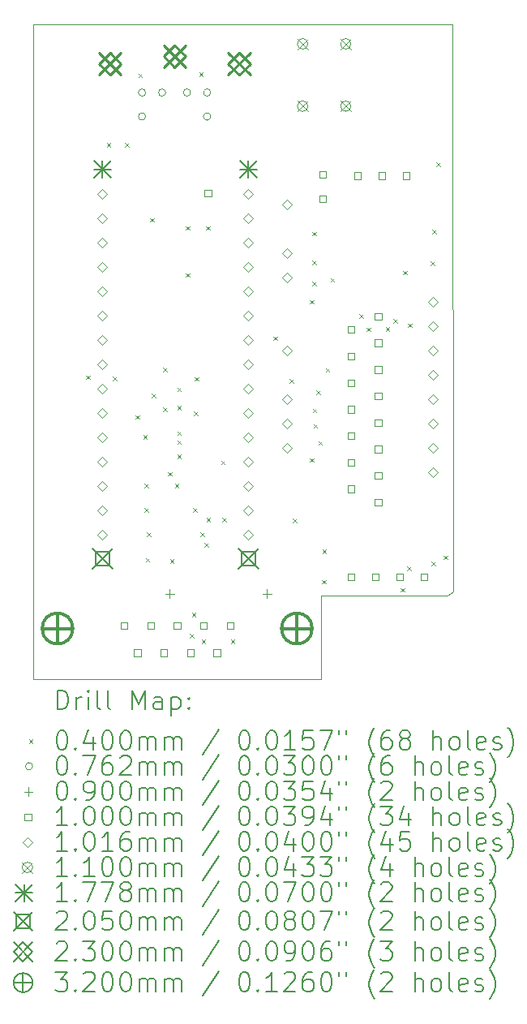
<source format=gbr>
%FSLAX45Y45*%
G04 Gerber Fmt 4.5, Leading zero omitted, Abs format (unit mm)*
G04 Created by KiCad (PCBNEW (6.0.2)) date 2024-03-24 20:04:19*
%MOMM*%
%LPD*%
G01*
G04 APERTURE LIST*
%TA.AperFunction,Profile*%
%ADD10C,0.100000*%
%TD*%
%ADD11C,0.200000*%
%ADD12C,0.040000*%
%ADD13C,0.076200*%
%ADD14C,0.090000*%
%ADD15C,0.100000*%
%ADD16C,0.101600*%
%ADD17C,0.110000*%
%ADD18C,0.177800*%
%ADD19C,0.205000*%
%ADD20C,0.230000*%
%ADD21C,0.320000*%
G04 APERTURE END LIST*
D10*
X17602648Y-11281547D02*
X17549000Y-11323000D01*
X17597120Y-5359400D02*
X15671800Y-5359400D01*
X13220000Y-12190000D02*
X16230600Y-12192000D01*
X15494000Y-5359400D02*
X13716000Y-5359400D01*
X17596768Y-5359400D02*
X17602648Y-11267000D01*
X13220000Y-12190000D02*
X13220000Y-11574050D01*
X16230000Y-11349000D02*
X16229000Y-11321000D01*
X17602648Y-11267000D02*
X17602648Y-11281547D01*
X16230000Y-11349000D02*
X16230600Y-12192000D01*
X13220000Y-5359400D02*
X13220000Y-11574050D01*
X15671800Y-5359400D02*
X15494000Y-5359400D01*
X13716000Y-5359400D02*
X13220000Y-5359400D01*
X17549000Y-11323000D02*
X16229000Y-11321000D01*
D11*
D12*
X13772200Y-9022400D02*
X13812200Y-9062400D01*
X13812200Y-9022400D02*
X13772200Y-9062400D01*
X13988100Y-6596700D02*
X14028100Y-6636700D01*
X14028100Y-6596700D02*
X13988100Y-6636700D01*
X14051600Y-9035100D02*
X14091600Y-9075100D01*
X14091600Y-9035100D02*
X14051600Y-9075100D01*
X14178600Y-6596700D02*
X14218600Y-6636700D01*
X14218600Y-6596700D02*
X14178600Y-6636700D01*
X14292000Y-9436000D02*
X14332000Y-9476000D01*
X14332000Y-9436000D02*
X14292000Y-9476000D01*
X14318300Y-5872800D02*
X14358300Y-5912800D01*
X14358300Y-5872800D02*
X14318300Y-5912800D01*
X14369100Y-9644700D02*
X14409100Y-9684700D01*
X14409100Y-9644700D02*
X14369100Y-9684700D01*
X14381800Y-10152700D02*
X14421800Y-10192700D01*
X14421800Y-10152700D02*
X14381800Y-10192700D01*
X14381800Y-10406700D02*
X14421800Y-10446700D01*
X14421800Y-10406700D02*
X14381800Y-10446700D01*
X14394500Y-10927400D02*
X14434500Y-10967400D01*
X14434500Y-10927400D02*
X14394500Y-10967400D01*
X14407200Y-10660700D02*
X14447200Y-10700700D01*
X14447200Y-10660700D02*
X14407200Y-10700700D01*
X14440000Y-7380000D02*
X14480000Y-7420000D01*
X14480000Y-7380000D02*
X14440000Y-7420000D01*
X14458000Y-9212900D02*
X14498000Y-9252900D01*
X14498000Y-9212900D02*
X14458000Y-9252900D01*
X14575000Y-8940000D02*
X14615000Y-8980000D01*
X14615000Y-8940000D02*
X14575000Y-8980000D01*
X14575000Y-9355000D02*
X14615000Y-9395000D01*
X14615000Y-9355000D02*
X14575000Y-9395000D01*
X14630000Y-10030000D02*
X14670000Y-10070000D01*
X14670000Y-10030000D02*
X14630000Y-10070000D01*
X14648500Y-10940100D02*
X14688500Y-10980100D01*
X14688500Y-10940100D02*
X14648500Y-10980100D01*
X14699300Y-10152700D02*
X14739300Y-10192700D01*
X14739300Y-10152700D02*
X14699300Y-10192700D01*
X14724700Y-9149400D02*
X14764700Y-9189400D01*
X14764700Y-9149400D02*
X14724700Y-9189400D01*
X14724700Y-9339900D02*
X14764700Y-9379900D01*
X14764700Y-9339900D02*
X14724700Y-9379900D01*
X14724700Y-9606600D02*
X14764700Y-9646600D01*
X14764700Y-9606600D02*
X14724700Y-9646600D01*
X14724700Y-9700000D02*
X14764700Y-9740000D01*
X14764700Y-9700000D02*
X14724700Y-9740000D01*
X14724700Y-9847900D02*
X14764700Y-9887900D01*
X14764700Y-9847900D02*
X14724700Y-9887900D01*
X14815000Y-7465000D02*
X14855000Y-7505000D01*
X14855000Y-7465000D02*
X14815000Y-7505000D01*
X14815000Y-7955000D02*
X14855000Y-7995000D01*
X14855000Y-7955000D02*
X14815000Y-7995000D01*
X14857968Y-11717968D02*
X14897968Y-11757968D01*
X14897968Y-11717968D02*
X14857968Y-11757968D01*
X14877100Y-11498900D02*
X14917100Y-11538900D01*
X14917100Y-11498900D02*
X14877100Y-11538900D01*
X14889800Y-10406700D02*
X14929800Y-10446700D01*
X14929800Y-10406700D02*
X14889800Y-10446700D01*
X14900000Y-9400000D02*
X14940000Y-9440000D01*
X14940000Y-9400000D02*
X14900000Y-9440000D01*
X14910000Y-9040000D02*
X14950000Y-9080000D01*
X14950000Y-9040000D02*
X14910000Y-9080000D01*
X14953300Y-5860100D02*
X14993300Y-5900100D01*
X14993300Y-5860100D02*
X14953300Y-5900100D01*
X14964750Y-10660000D02*
X15004750Y-10700000D01*
X15004750Y-10660000D02*
X14964750Y-10700000D01*
X14978700Y-11778300D02*
X15018700Y-11818300D01*
X15018700Y-11778300D02*
X14978700Y-11818300D01*
X15010000Y-10770000D02*
X15050000Y-10810000D01*
X15050000Y-10770000D02*
X15010000Y-10810000D01*
X15025000Y-7465000D02*
X15065000Y-7505000D01*
X15065000Y-7465000D02*
X15025000Y-7505000D01*
X15029500Y-10508300D02*
X15069500Y-10548300D01*
X15069500Y-10508300D02*
X15029500Y-10548300D01*
X15181900Y-9911400D02*
X15221900Y-9951400D01*
X15221900Y-9911400D02*
X15181900Y-9951400D01*
X15194600Y-10508300D02*
X15234600Y-10548300D01*
X15234600Y-10508300D02*
X15194600Y-10548300D01*
X15283500Y-11778300D02*
X15323500Y-11818300D01*
X15323500Y-11778300D02*
X15283500Y-11818300D01*
X15728000Y-8616000D02*
X15768000Y-8656000D01*
X15768000Y-8616000D02*
X15728000Y-8656000D01*
X15896000Y-9061000D02*
X15936000Y-9101000D01*
X15936000Y-9061000D02*
X15896000Y-9101000D01*
X15931000Y-10519000D02*
X15971000Y-10559000D01*
X15971000Y-10519000D02*
X15931000Y-10559000D01*
X16109000Y-8235000D02*
X16149000Y-8275000D01*
X16149000Y-8235000D02*
X16109000Y-8275000D01*
X16109000Y-9886000D02*
X16149000Y-9926000D01*
X16149000Y-9886000D02*
X16109000Y-9926000D01*
X16134400Y-7523800D02*
X16174400Y-7563800D01*
X16174400Y-7523800D02*
X16134400Y-7563800D01*
X16134400Y-7826060D02*
X16174400Y-7866060D01*
X16174400Y-7826060D02*
X16134400Y-7866060D01*
X16134400Y-8044500D02*
X16174400Y-8084500D01*
X16174400Y-8044500D02*
X16134400Y-8084500D01*
X16138210Y-9369110D02*
X16178210Y-9409110D01*
X16178210Y-9369110D02*
X16138210Y-9409110D01*
X16147100Y-9530400D02*
X16187100Y-9570400D01*
X16187100Y-9530400D02*
X16147100Y-9570400D01*
X16177978Y-9178288D02*
X16217978Y-9218288D01*
X16217978Y-9178288D02*
X16177978Y-9218288D01*
X16197900Y-9708200D02*
X16237900Y-9748200D01*
X16237900Y-9708200D02*
X16197900Y-9748200D01*
X16236000Y-11156000D02*
X16276000Y-11196000D01*
X16276000Y-11156000D02*
X16236000Y-11196000D01*
X16240000Y-10840000D02*
X16280000Y-10880000D01*
X16280000Y-10840000D02*
X16240000Y-10880000D01*
X16274100Y-8946200D02*
X16314100Y-8986200D01*
X16314100Y-8946200D02*
X16274100Y-8986200D01*
X16324900Y-8006400D02*
X16364900Y-8046400D01*
X16364900Y-8006400D02*
X16324900Y-8046400D01*
X16623000Y-8382000D02*
X16663000Y-8422000D01*
X16663000Y-8382000D02*
X16623000Y-8422000D01*
X16699000Y-8522000D02*
X16739000Y-8562000D01*
X16739000Y-8522000D02*
X16699000Y-8562000D01*
X16900000Y-8516000D02*
X16940000Y-8556000D01*
X16940000Y-8516000D02*
X16900000Y-8556000D01*
X16984000Y-8432000D02*
X17024000Y-8472000D01*
X17024000Y-8432000D02*
X16984000Y-8472000D01*
X17059781Y-11240000D02*
X17099781Y-11280000D01*
X17099781Y-11240000D02*
X17059781Y-11280000D01*
X17080000Y-7930000D02*
X17120000Y-7970000D01*
X17120000Y-7930000D02*
X17080000Y-7970000D01*
X17128430Y-11013775D02*
X17168430Y-11053775D01*
X17168430Y-11013775D02*
X17128430Y-11053775D01*
X17135000Y-8480000D02*
X17175000Y-8520000D01*
X17175000Y-8480000D02*
X17135000Y-8520000D01*
X17370000Y-7835000D02*
X17410000Y-7875000D01*
X17410000Y-7835000D02*
X17370000Y-7875000D01*
X17381540Y-10962960D02*
X17421540Y-11002960D01*
X17421540Y-10962960D02*
X17381540Y-11002960D01*
X17385000Y-7500000D02*
X17425000Y-7540000D01*
X17425000Y-7500000D02*
X17385000Y-7540000D01*
X17429800Y-6799900D02*
X17469800Y-6839900D01*
X17469800Y-6799900D02*
X17429800Y-6839900D01*
X17506000Y-10902000D02*
X17546000Y-10942000D01*
X17546000Y-10902000D02*
X17506000Y-10942000D01*
D13*
X14394900Y-6070600D02*
G75*
G03*
X14394900Y-6070600I-38100J0D01*
G01*
X14394900Y-6320600D02*
G75*
G03*
X14394900Y-6320600I-38100J0D01*
G01*
X14604900Y-6070600D02*
G75*
G03*
X14604900Y-6070600I-38100J0D01*
G01*
X14864900Y-6070600D02*
G75*
G03*
X14864900Y-6070600I-38100J0D01*
G01*
X15074900Y-6070600D02*
G75*
G03*
X15074900Y-6070600I-38100J0D01*
G01*
X15074900Y-6320600D02*
G75*
G03*
X15074900Y-6320600I-38100J0D01*
G01*
D14*
X14647000Y-11256000D02*
X14647000Y-11346000D01*
X14602000Y-11301000D02*
X14692000Y-11301000D01*
X15663000Y-11256000D02*
X15663000Y-11346000D01*
X15618000Y-11301000D02*
X15708000Y-11301000D01*
D15*
X14205456Y-11668556D02*
X14205456Y-11597844D01*
X14134744Y-11597844D01*
X14134744Y-11668556D01*
X14205456Y-11668556D01*
X14343956Y-11952556D02*
X14343956Y-11881844D01*
X14273244Y-11881844D01*
X14273244Y-11952556D01*
X14343956Y-11952556D01*
X14482456Y-11668556D02*
X14482456Y-11597844D01*
X14411744Y-11597844D01*
X14411744Y-11668556D01*
X14482456Y-11668556D01*
X14620956Y-11952556D02*
X14620956Y-11881844D01*
X14550244Y-11881844D01*
X14550244Y-11952556D01*
X14620956Y-11952556D01*
X14759456Y-11668556D02*
X14759456Y-11597844D01*
X14688744Y-11597844D01*
X14688744Y-11668556D01*
X14759456Y-11668556D01*
X14897956Y-11952556D02*
X14897956Y-11881844D01*
X14827244Y-11881844D01*
X14827244Y-11952556D01*
X14897956Y-11952556D01*
X15036456Y-11668556D02*
X15036456Y-11597844D01*
X14965744Y-11597844D01*
X14965744Y-11668556D01*
X15036456Y-11668556D01*
X15082316Y-7157516D02*
X15082316Y-7086804D01*
X15011604Y-7086804D01*
X15011604Y-7157516D01*
X15082316Y-7157516D01*
X15174956Y-11952556D02*
X15174956Y-11881844D01*
X15104244Y-11881844D01*
X15104244Y-11952556D01*
X15174956Y-11952556D01*
X15313456Y-11668556D02*
X15313456Y-11597844D01*
X15242744Y-11597844D01*
X15242744Y-11668556D01*
X15313456Y-11668556D01*
X16281196Y-6959396D02*
X16281196Y-6888684D01*
X16210484Y-6888684D01*
X16210484Y-6959396D01*
X16281196Y-6959396D01*
X16281196Y-7213396D02*
X16281196Y-7142684D01*
X16210484Y-7142684D01*
X16210484Y-7213396D01*
X16281196Y-7213396D01*
X16573776Y-8580276D02*
X16573776Y-8509564D01*
X16503064Y-8509564D01*
X16503064Y-8580276D01*
X16573776Y-8580276D01*
X16573776Y-8857276D02*
X16573776Y-8786564D01*
X16503064Y-8786564D01*
X16503064Y-8857276D01*
X16573776Y-8857276D01*
X16573776Y-9134276D02*
X16573776Y-9063564D01*
X16503064Y-9063564D01*
X16503064Y-9134276D01*
X16573776Y-9134276D01*
X16573776Y-9411276D02*
X16573776Y-9340564D01*
X16503064Y-9340564D01*
X16503064Y-9411276D01*
X16573776Y-9411276D01*
X16573776Y-9688276D02*
X16573776Y-9617564D01*
X16503064Y-9617564D01*
X16503064Y-9688276D01*
X16573776Y-9688276D01*
X16573776Y-9965276D02*
X16573776Y-9894564D01*
X16503064Y-9894564D01*
X16503064Y-9965276D01*
X16573776Y-9965276D01*
X16573776Y-10242276D02*
X16573776Y-10171564D01*
X16503064Y-10171564D01*
X16503064Y-10242276D01*
X16573776Y-10242276D01*
X16575836Y-11160556D02*
X16575836Y-11089844D01*
X16505124Y-11089844D01*
X16505124Y-11160556D01*
X16575836Y-11160556D01*
X16645456Y-6972056D02*
X16645456Y-6901344D01*
X16574744Y-6901344D01*
X16574744Y-6972056D01*
X16645456Y-6972056D01*
X16829836Y-11160556D02*
X16829836Y-11089844D01*
X16759124Y-11089844D01*
X16759124Y-11160556D01*
X16829836Y-11160556D01*
X16857776Y-8441776D02*
X16857776Y-8371064D01*
X16787064Y-8371064D01*
X16787064Y-8441776D01*
X16857776Y-8441776D01*
X16857776Y-8718776D02*
X16857776Y-8648064D01*
X16787064Y-8648064D01*
X16787064Y-8718776D01*
X16857776Y-8718776D01*
X16857776Y-8995776D02*
X16857776Y-8925064D01*
X16787064Y-8925064D01*
X16787064Y-8995776D01*
X16857776Y-8995776D01*
X16857776Y-9272776D02*
X16857776Y-9202064D01*
X16787064Y-9202064D01*
X16787064Y-9272776D01*
X16857776Y-9272776D01*
X16857776Y-9549776D02*
X16857776Y-9479064D01*
X16787064Y-9479064D01*
X16787064Y-9549776D01*
X16857776Y-9549776D01*
X16857776Y-9826776D02*
X16857776Y-9756064D01*
X16787064Y-9756064D01*
X16787064Y-9826776D01*
X16857776Y-9826776D01*
X16857776Y-10103776D02*
X16857776Y-10033064D01*
X16787064Y-10033064D01*
X16787064Y-10103776D01*
X16857776Y-10103776D01*
X16857776Y-10380776D02*
X16857776Y-10310064D01*
X16787064Y-10310064D01*
X16787064Y-10380776D01*
X16857776Y-10380776D01*
X16899456Y-6972056D02*
X16899456Y-6901344D01*
X16828744Y-6901344D01*
X16828744Y-6972056D01*
X16899456Y-6972056D01*
X17083836Y-11160556D02*
X17083836Y-11089844D01*
X17013124Y-11089844D01*
X17013124Y-11160556D01*
X17083836Y-11160556D01*
X17153456Y-6972056D02*
X17153456Y-6901344D01*
X17082744Y-6901344D01*
X17082744Y-6972056D01*
X17153456Y-6972056D01*
X17337836Y-11160556D02*
X17337836Y-11089844D01*
X17267124Y-11089844D01*
X17267124Y-11160556D01*
X17337836Y-11160556D01*
D16*
X13944600Y-7175500D02*
X13995400Y-7124700D01*
X13944600Y-7073900D01*
X13893800Y-7124700D01*
X13944600Y-7175500D01*
X13944600Y-7429500D02*
X13995400Y-7378700D01*
X13944600Y-7327900D01*
X13893800Y-7378700D01*
X13944600Y-7429500D01*
X13944600Y-7683500D02*
X13995400Y-7632700D01*
X13944600Y-7581900D01*
X13893800Y-7632700D01*
X13944600Y-7683500D01*
X13944600Y-7937500D02*
X13995400Y-7886700D01*
X13944600Y-7835900D01*
X13893800Y-7886700D01*
X13944600Y-7937500D01*
X13944600Y-8191500D02*
X13995400Y-8140700D01*
X13944600Y-8089900D01*
X13893800Y-8140700D01*
X13944600Y-8191500D01*
X13944600Y-8445500D02*
X13995400Y-8394700D01*
X13944600Y-8343900D01*
X13893800Y-8394700D01*
X13944600Y-8445500D01*
X13944600Y-8699500D02*
X13995400Y-8648700D01*
X13944600Y-8597900D01*
X13893800Y-8648700D01*
X13944600Y-8699500D01*
X13944600Y-8953500D02*
X13995400Y-8902700D01*
X13944600Y-8851900D01*
X13893800Y-8902700D01*
X13944600Y-8953500D01*
X13944600Y-9207500D02*
X13995400Y-9156700D01*
X13944600Y-9105900D01*
X13893800Y-9156700D01*
X13944600Y-9207500D01*
X13944600Y-9461500D02*
X13995400Y-9410700D01*
X13944600Y-9359900D01*
X13893800Y-9410700D01*
X13944600Y-9461500D01*
X13944600Y-9715500D02*
X13995400Y-9664700D01*
X13944600Y-9613900D01*
X13893800Y-9664700D01*
X13944600Y-9715500D01*
X13944600Y-9969500D02*
X13995400Y-9918700D01*
X13944600Y-9867900D01*
X13893800Y-9918700D01*
X13944600Y-9969500D01*
X13944600Y-10223500D02*
X13995400Y-10172700D01*
X13944600Y-10121900D01*
X13893800Y-10172700D01*
X13944600Y-10223500D01*
X13944600Y-10477500D02*
X13995400Y-10426700D01*
X13944600Y-10375900D01*
X13893800Y-10426700D01*
X13944600Y-10477500D01*
X13944600Y-10731500D02*
X13995400Y-10680700D01*
X13944600Y-10629900D01*
X13893800Y-10680700D01*
X13944600Y-10731500D01*
X15468600Y-7175500D02*
X15519400Y-7124700D01*
X15468600Y-7073900D01*
X15417800Y-7124700D01*
X15468600Y-7175500D01*
X15468600Y-7429500D02*
X15519400Y-7378700D01*
X15468600Y-7327900D01*
X15417800Y-7378700D01*
X15468600Y-7429500D01*
X15468600Y-7683500D02*
X15519400Y-7632700D01*
X15468600Y-7581900D01*
X15417800Y-7632700D01*
X15468600Y-7683500D01*
X15468600Y-7937500D02*
X15519400Y-7886700D01*
X15468600Y-7835900D01*
X15417800Y-7886700D01*
X15468600Y-7937500D01*
X15468600Y-8191500D02*
X15519400Y-8140700D01*
X15468600Y-8089900D01*
X15417800Y-8140700D01*
X15468600Y-8191500D01*
X15468600Y-8445500D02*
X15519400Y-8394700D01*
X15468600Y-8343900D01*
X15417800Y-8394700D01*
X15468600Y-8445500D01*
X15468600Y-8699500D02*
X15519400Y-8648700D01*
X15468600Y-8597900D01*
X15417800Y-8648700D01*
X15468600Y-8699500D01*
X15468600Y-8953500D02*
X15519400Y-8902700D01*
X15468600Y-8851900D01*
X15417800Y-8902700D01*
X15468600Y-8953500D01*
X15468600Y-9207500D02*
X15519400Y-9156700D01*
X15468600Y-9105900D01*
X15417800Y-9156700D01*
X15468600Y-9207500D01*
X15468600Y-9461500D02*
X15519400Y-9410700D01*
X15468600Y-9359900D01*
X15417800Y-9410700D01*
X15468600Y-9461500D01*
X15468600Y-9715500D02*
X15519400Y-9664700D01*
X15468600Y-9613900D01*
X15417800Y-9664700D01*
X15468600Y-9715500D01*
X15468600Y-9969500D02*
X15519400Y-9918700D01*
X15468600Y-9867900D01*
X15417800Y-9918700D01*
X15468600Y-9969500D01*
X15468600Y-10223500D02*
X15519400Y-10172700D01*
X15468600Y-10121900D01*
X15417800Y-10172700D01*
X15468600Y-10223500D01*
X15468600Y-10477500D02*
X15519400Y-10426700D01*
X15468600Y-10375900D01*
X15417800Y-10426700D01*
X15468600Y-10477500D01*
X15468600Y-10731500D02*
X15519400Y-10680700D01*
X15468600Y-10629900D01*
X15417800Y-10680700D01*
X15468600Y-10731500D01*
X15875000Y-7289800D02*
X15925800Y-7239000D01*
X15875000Y-7188200D01*
X15824200Y-7239000D01*
X15875000Y-7289800D01*
X15875000Y-7797800D02*
X15925800Y-7747000D01*
X15875000Y-7696200D01*
X15824200Y-7747000D01*
X15875000Y-7797800D01*
X15875000Y-8051800D02*
X15925800Y-8001000D01*
X15875000Y-7950200D01*
X15824200Y-8001000D01*
X15875000Y-8051800D01*
X15875000Y-8813800D02*
X15925800Y-8763000D01*
X15875000Y-8712200D01*
X15824200Y-8763000D01*
X15875000Y-8813800D01*
X15875000Y-9321800D02*
X15925800Y-9271000D01*
X15875000Y-9220200D01*
X15824200Y-9271000D01*
X15875000Y-9321800D01*
X15875000Y-9575800D02*
X15925800Y-9525000D01*
X15875000Y-9474200D01*
X15824200Y-9525000D01*
X15875000Y-9575800D01*
X15875000Y-9829800D02*
X15925800Y-9779000D01*
X15875000Y-9728200D01*
X15824200Y-9779000D01*
X15875000Y-9829800D01*
X17395951Y-8303800D02*
X17446751Y-8253000D01*
X17395951Y-8202200D01*
X17345151Y-8253000D01*
X17395951Y-8303800D01*
X17395951Y-8557800D02*
X17446751Y-8507000D01*
X17395951Y-8456200D01*
X17345151Y-8507000D01*
X17395951Y-8557800D01*
X17395951Y-8811800D02*
X17446751Y-8761000D01*
X17395951Y-8710200D01*
X17345151Y-8761000D01*
X17395951Y-8811800D01*
X17395951Y-9065800D02*
X17446751Y-9015000D01*
X17395951Y-8964200D01*
X17345151Y-9015000D01*
X17395951Y-9065800D01*
X17395951Y-9319800D02*
X17446751Y-9269000D01*
X17395951Y-9218200D01*
X17345151Y-9269000D01*
X17395951Y-9319800D01*
X17395951Y-9573800D02*
X17446751Y-9523000D01*
X17395951Y-9472200D01*
X17345151Y-9523000D01*
X17395951Y-9573800D01*
X17395951Y-9827800D02*
X17446751Y-9777000D01*
X17395951Y-9726200D01*
X17345151Y-9777000D01*
X17395951Y-9827800D01*
X17395951Y-10081800D02*
X17446751Y-10031000D01*
X17395951Y-9980200D01*
X17345151Y-10031000D01*
X17395951Y-10081800D01*
D17*
X15979600Y-5507600D02*
X16089600Y-5617600D01*
X16089600Y-5507600D02*
X15979600Y-5617600D01*
X16089600Y-5562600D02*
G75*
G03*
X16089600Y-5562600I-55000J0D01*
G01*
X15979600Y-6157600D02*
X16089600Y-6267600D01*
X16089600Y-6157600D02*
X15979600Y-6267600D01*
X16089600Y-6212600D02*
G75*
G03*
X16089600Y-6212600I-55000J0D01*
G01*
X16429600Y-5507600D02*
X16539600Y-5617600D01*
X16539600Y-5507600D02*
X16429600Y-5617600D01*
X16539600Y-5562600D02*
G75*
G03*
X16539600Y-5562600I-55000J0D01*
G01*
X16429600Y-6157600D02*
X16539600Y-6267600D01*
X16539600Y-6157600D02*
X16429600Y-6267600D01*
X16539600Y-6212600D02*
G75*
G03*
X16539600Y-6212600I-55000J0D01*
G01*
D18*
X13855700Y-6781800D02*
X14033500Y-6959600D01*
X14033500Y-6781800D02*
X13855700Y-6959600D01*
X13944600Y-6781800D02*
X13944600Y-6959600D01*
X13855700Y-6870700D02*
X14033500Y-6870700D01*
X15379700Y-6781800D02*
X15557500Y-6959600D01*
X15557500Y-6781800D02*
X15379700Y-6959600D01*
X15468600Y-6781800D02*
X15468600Y-6959600D01*
X15379700Y-6870700D02*
X15557500Y-6870700D01*
D19*
X13842100Y-10832200D02*
X14047100Y-11037200D01*
X14047100Y-10832200D02*
X13842100Y-11037200D01*
X14017079Y-11007179D02*
X14017079Y-10862221D01*
X13872121Y-10862221D01*
X13872121Y-11007179D01*
X14017079Y-11007179D01*
X15366100Y-10832200D02*
X15571100Y-11037200D01*
X15571100Y-10832200D02*
X15366100Y-11037200D01*
X15541079Y-11007179D02*
X15541079Y-10862221D01*
X15396121Y-10862221D01*
X15396121Y-11007179D01*
X15541079Y-11007179D01*
D20*
X13906800Y-5655600D02*
X14136800Y-5885600D01*
X14136800Y-5655600D02*
X13906800Y-5885600D01*
X14021800Y-5885600D02*
X14136800Y-5770600D01*
X14021800Y-5655600D01*
X13906800Y-5770600D01*
X14021800Y-5885600D01*
X14581800Y-5575600D02*
X14811800Y-5805600D01*
X14811800Y-5575600D02*
X14581800Y-5805600D01*
X14696800Y-5805600D02*
X14811800Y-5690600D01*
X14696800Y-5575600D01*
X14581800Y-5690600D01*
X14696800Y-5805600D01*
X15256800Y-5655600D02*
X15486800Y-5885600D01*
X15486800Y-5655600D02*
X15256800Y-5885600D01*
X15371800Y-5885600D02*
X15486800Y-5770600D01*
X15371800Y-5655600D01*
X15256800Y-5770600D01*
X15371800Y-5885600D01*
D21*
X13474100Y-11503200D02*
X13474100Y-11823200D01*
X13314100Y-11663200D02*
X13634100Y-11663200D01*
X13634100Y-11663200D02*
G75*
G03*
X13634100Y-11663200I-160000J0D01*
G01*
X15974100Y-11503200D02*
X15974100Y-11823200D01*
X15814100Y-11663200D02*
X16134100Y-11663200D01*
X16134100Y-11663200D02*
G75*
G03*
X16134100Y-11663200I-160000J0D01*
G01*
D11*
X13472619Y-12507476D02*
X13472619Y-12307476D01*
X13520238Y-12307476D01*
X13548809Y-12317000D01*
X13567857Y-12336048D01*
X13577381Y-12355095D01*
X13586905Y-12393190D01*
X13586905Y-12421762D01*
X13577381Y-12459857D01*
X13567857Y-12478905D01*
X13548809Y-12497952D01*
X13520238Y-12507476D01*
X13472619Y-12507476D01*
X13672619Y-12507476D02*
X13672619Y-12374143D01*
X13672619Y-12412238D02*
X13682143Y-12393190D01*
X13691667Y-12383667D01*
X13710714Y-12374143D01*
X13729762Y-12374143D01*
X13796428Y-12507476D02*
X13796428Y-12374143D01*
X13796428Y-12307476D02*
X13786905Y-12317000D01*
X13796428Y-12326524D01*
X13805952Y-12317000D01*
X13796428Y-12307476D01*
X13796428Y-12326524D01*
X13920238Y-12507476D02*
X13901190Y-12497952D01*
X13891667Y-12478905D01*
X13891667Y-12307476D01*
X14025000Y-12507476D02*
X14005952Y-12497952D01*
X13996428Y-12478905D01*
X13996428Y-12307476D01*
X14253571Y-12507476D02*
X14253571Y-12307476D01*
X14320238Y-12450333D01*
X14386905Y-12307476D01*
X14386905Y-12507476D01*
X14567857Y-12507476D02*
X14567857Y-12402714D01*
X14558333Y-12383667D01*
X14539286Y-12374143D01*
X14501190Y-12374143D01*
X14482143Y-12383667D01*
X14567857Y-12497952D02*
X14548809Y-12507476D01*
X14501190Y-12507476D01*
X14482143Y-12497952D01*
X14472619Y-12478905D01*
X14472619Y-12459857D01*
X14482143Y-12440809D01*
X14501190Y-12431286D01*
X14548809Y-12431286D01*
X14567857Y-12421762D01*
X14663095Y-12374143D02*
X14663095Y-12574143D01*
X14663095Y-12383667D02*
X14682143Y-12374143D01*
X14720238Y-12374143D01*
X14739286Y-12383667D01*
X14748809Y-12393190D01*
X14758333Y-12412238D01*
X14758333Y-12469381D01*
X14748809Y-12488428D01*
X14739286Y-12497952D01*
X14720238Y-12507476D01*
X14682143Y-12507476D01*
X14663095Y-12497952D01*
X14844048Y-12488428D02*
X14853571Y-12497952D01*
X14844048Y-12507476D01*
X14834524Y-12497952D01*
X14844048Y-12488428D01*
X14844048Y-12507476D01*
X14844048Y-12383667D02*
X14853571Y-12393190D01*
X14844048Y-12402714D01*
X14834524Y-12393190D01*
X14844048Y-12383667D01*
X14844048Y-12402714D01*
D12*
X13175000Y-12817000D02*
X13215000Y-12857000D01*
X13215000Y-12817000D02*
X13175000Y-12857000D01*
D11*
X13510714Y-12727476D02*
X13529762Y-12727476D01*
X13548809Y-12737000D01*
X13558333Y-12746524D01*
X13567857Y-12765571D01*
X13577381Y-12803667D01*
X13577381Y-12851286D01*
X13567857Y-12889381D01*
X13558333Y-12908428D01*
X13548809Y-12917952D01*
X13529762Y-12927476D01*
X13510714Y-12927476D01*
X13491667Y-12917952D01*
X13482143Y-12908428D01*
X13472619Y-12889381D01*
X13463095Y-12851286D01*
X13463095Y-12803667D01*
X13472619Y-12765571D01*
X13482143Y-12746524D01*
X13491667Y-12737000D01*
X13510714Y-12727476D01*
X13663095Y-12908428D02*
X13672619Y-12917952D01*
X13663095Y-12927476D01*
X13653571Y-12917952D01*
X13663095Y-12908428D01*
X13663095Y-12927476D01*
X13844048Y-12794143D02*
X13844048Y-12927476D01*
X13796428Y-12717952D02*
X13748809Y-12860809D01*
X13872619Y-12860809D01*
X13986905Y-12727476D02*
X14005952Y-12727476D01*
X14025000Y-12737000D01*
X14034524Y-12746524D01*
X14044048Y-12765571D01*
X14053571Y-12803667D01*
X14053571Y-12851286D01*
X14044048Y-12889381D01*
X14034524Y-12908428D01*
X14025000Y-12917952D01*
X14005952Y-12927476D01*
X13986905Y-12927476D01*
X13967857Y-12917952D01*
X13958333Y-12908428D01*
X13948809Y-12889381D01*
X13939286Y-12851286D01*
X13939286Y-12803667D01*
X13948809Y-12765571D01*
X13958333Y-12746524D01*
X13967857Y-12737000D01*
X13986905Y-12727476D01*
X14177381Y-12727476D02*
X14196428Y-12727476D01*
X14215476Y-12737000D01*
X14225000Y-12746524D01*
X14234524Y-12765571D01*
X14244048Y-12803667D01*
X14244048Y-12851286D01*
X14234524Y-12889381D01*
X14225000Y-12908428D01*
X14215476Y-12917952D01*
X14196428Y-12927476D01*
X14177381Y-12927476D01*
X14158333Y-12917952D01*
X14148809Y-12908428D01*
X14139286Y-12889381D01*
X14129762Y-12851286D01*
X14129762Y-12803667D01*
X14139286Y-12765571D01*
X14148809Y-12746524D01*
X14158333Y-12737000D01*
X14177381Y-12727476D01*
X14329762Y-12927476D02*
X14329762Y-12794143D01*
X14329762Y-12813190D02*
X14339286Y-12803667D01*
X14358333Y-12794143D01*
X14386905Y-12794143D01*
X14405952Y-12803667D01*
X14415476Y-12822714D01*
X14415476Y-12927476D01*
X14415476Y-12822714D02*
X14425000Y-12803667D01*
X14444048Y-12794143D01*
X14472619Y-12794143D01*
X14491667Y-12803667D01*
X14501190Y-12822714D01*
X14501190Y-12927476D01*
X14596428Y-12927476D02*
X14596428Y-12794143D01*
X14596428Y-12813190D02*
X14605952Y-12803667D01*
X14625000Y-12794143D01*
X14653571Y-12794143D01*
X14672619Y-12803667D01*
X14682143Y-12822714D01*
X14682143Y-12927476D01*
X14682143Y-12822714D02*
X14691667Y-12803667D01*
X14710714Y-12794143D01*
X14739286Y-12794143D01*
X14758333Y-12803667D01*
X14767857Y-12822714D01*
X14767857Y-12927476D01*
X15158333Y-12717952D02*
X14986905Y-12975095D01*
X15415476Y-12727476D02*
X15434524Y-12727476D01*
X15453571Y-12737000D01*
X15463095Y-12746524D01*
X15472619Y-12765571D01*
X15482143Y-12803667D01*
X15482143Y-12851286D01*
X15472619Y-12889381D01*
X15463095Y-12908428D01*
X15453571Y-12917952D01*
X15434524Y-12927476D01*
X15415476Y-12927476D01*
X15396428Y-12917952D01*
X15386905Y-12908428D01*
X15377381Y-12889381D01*
X15367857Y-12851286D01*
X15367857Y-12803667D01*
X15377381Y-12765571D01*
X15386905Y-12746524D01*
X15396428Y-12737000D01*
X15415476Y-12727476D01*
X15567857Y-12908428D02*
X15577381Y-12917952D01*
X15567857Y-12927476D01*
X15558333Y-12917952D01*
X15567857Y-12908428D01*
X15567857Y-12927476D01*
X15701190Y-12727476D02*
X15720238Y-12727476D01*
X15739286Y-12737000D01*
X15748809Y-12746524D01*
X15758333Y-12765571D01*
X15767857Y-12803667D01*
X15767857Y-12851286D01*
X15758333Y-12889381D01*
X15748809Y-12908428D01*
X15739286Y-12917952D01*
X15720238Y-12927476D01*
X15701190Y-12927476D01*
X15682143Y-12917952D01*
X15672619Y-12908428D01*
X15663095Y-12889381D01*
X15653571Y-12851286D01*
X15653571Y-12803667D01*
X15663095Y-12765571D01*
X15672619Y-12746524D01*
X15682143Y-12737000D01*
X15701190Y-12727476D01*
X15958333Y-12927476D02*
X15844048Y-12927476D01*
X15901190Y-12927476D02*
X15901190Y-12727476D01*
X15882143Y-12756048D01*
X15863095Y-12775095D01*
X15844048Y-12784619D01*
X16139286Y-12727476D02*
X16044048Y-12727476D01*
X16034524Y-12822714D01*
X16044048Y-12813190D01*
X16063095Y-12803667D01*
X16110714Y-12803667D01*
X16129762Y-12813190D01*
X16139286Y-12822714D01*
X16148809Y-12841762D01*
X16148809Y-12889381D01*
X16139286Y-12908428D01*
X16129762Y-12917952D01*
X16110714Y-12927476D01*
X16063095Y-12927476D01*
X16044048Y-12917952D01*
X16034524Y-12908428D01*
X16215476Y-12727476D02*
X16348809Y-12727476D01*
X16263095Y-12927476D01*
X16415476Y-12727476D02*
X16415476Y-12765571D01*
X16491667Y-12727476D02*
X16491667Y-12765571D01*
X16786905Y-13003667D02*
X16777381Y-12994143D01*
X16758333Y-12965571D01*
X16748809Y-12946524D01*
X16739286Y-12917952D01*
X16729762Y-12870333D01*
X16729762Y-12832238D01*
X16739286Y-12784619D01*
X16748809Y-12756048D01*
X16758333Y-12737000D01*
X16777381Y-12708428D01*
X16786905Y-12698905D01*
X16948810Y-12727476D02*
X16910714Y-12727476D01*
X16891667Y-12737000D01*
X16882143Y-12746524D01*
X16863095Y-12775095D01*
X16853571Y-12813190D01*
X16853571Y-12889381D01*
X16863095Y-12908428D01*
X16872619Y-12917952D01*
X16891667Y-12927476D01*
X16929762Y-12927476D01*
X16948810Y-12917952D01*
X16958333Y-12908428D01*
X16967857Y-12889381D01*
X16967857Y-12841762D01*
X16958333Y-12822714D01*
X16948810Y-12813190D01*
X16929762Y-12803667D01*
X16891667Y-12803667D01*
X16872619Y-12813190D01*
X16863095Y-12822714D01*
X16853571Y-12841762D01*
X17082143Y-12813190D02*
X17063095Y-12803667D01*
X17053571Y-12794143D01*
X17044048Y-12775095D01*
X17044048Y-12765571D01*
X17053571Y-12746524D01*
X17063095Y-12737000D01*
X17082143Y-12727476D01*
X17120238Y-12727476D01*
X17139286Y-12737000D01*
X17148810Y-12746524D01*
X17158333Y-12765571D01*
X17158333Y-12775095D01*
X17148810Y-12794143D01*
X17139286Y-12803667D01*
X17120238Y-12813190D01*
X17082143Y-12813190D01*
X17063095Y-12822714D01*
X17053571Y-12832238D01*
X17044048Y-12851286D01*
X17044048Y-12889381D01*
X17053571Y-12908428D01*
X17063095Y-12917952D01*
X17082143Y-12927476D01*
X17120238Y-12927476D01*
X17139286Y-12917952D01*
X17148810Y-12908428D01*
X17158333Y-12889381D01*
X17158333Y-12851286D01*
X17148810Y-12832238D01*
X17139286Y-12822714D01*
X17120238Y-12813190D01*
X17396429Y-12927476D02*
X17396429Y-12727476D01*
X17482143Y-12927476D02*
X17482143Y-12822714D01*
X17472619Y-12803667D01*
X17453571Y-12794143D01*
X17425000Y-12794143D01*
X17405952Y-12803667D01*
X17396429Y-12813190D01*
X17605952Y-12927476D02*
X17586905Y-12917952D01*
X17577381Y-12908428D01*
X17567857Y-12889381D01*
X17567857Y-12832238D01*
X17577381Y-12813190D01*
X17586905Y-12803667D01*
X17605952Y-12794143D01*
X17634524Y-12794143D01*
X17653571Y-12803667D01*
X17663095Y-12813190D01*
X17672619Y-12832238D01*
X17672619Y-12889381D01*
X17663095Y-12908428D01*
X17653571Y-12917952D01*
X17634524Y-12927476D01*
X17605952Y-12927476D01*
X17786905Y-12927476D02*
X17767857Y-12917952D01*
X17758333Y-12898905D01*
X17758333Y-12727476D01*
X17939286Y-12917952D02*
X17920238Y-12927476D01*
X17882143Y-12927476D01*
X17863095Y-12917952D01*
X17853571Y-12898905D01*
X17853571Y-12822714D01*
X17863095Y-12803667D01*
X17882143Y-12794143D01*
X17920238Y-12794143D01*
X17939286Y-12803667D01*
X17948810Y-12822714D01*
X17948810Y-12841762D01*
X17853571Y-12860809D01*
X18025000Y-12917952D02*
X18044048Y-12927476D01*
X18082143Y-12927476D01*
X18101190Y-12917952D01*
X18110714Y-12898905D01*
X18110714Y-12889381D01*
X18101190Y-12870333D01*
X18082143Y-12860809D01*
X18053571Y-12860809D01*
X18034524Y-12851286D01*
X18025000Y-12832238D01*
X18025000Y-12822714D01*
X18034524Y-12803667D01*
X18053571Y-12794143D01*
X18082143Y-12794143D01*
X18101190Y-12803667D01*
X18177381Y-13003667D02*
X18186905Y-12994143D01*
X18205952Y-12965571D01*
X18215476Y-12946524D01*
X18225000Y-12917952D01*
X18234524Y-12870333D01*
X18234524Y-12832238D01*
X18225000Y-12784619D01*
X18215476Y-12756048D01*
X18205952Y-12737000D01*
X18186905Y-12708428D01*
X18177381Y-12698905D01*
D13*
X13215000Y-13101000D02*
G75*
G03*
X13215000Y-13101000I-38100J0D01*
G01*
D11*
X13510714Y-12991476D02*
X13529762Y-12991476D01*
X13548809Y-13001000D01*
X13558333Y-13010524D01*
X13567857Y-13029571D01*
X13577381Y-13067667D01*
X13577381Y-13115286D01*
X13567857Y-13153381D01*
X13558333Y-13172428D01*
X13548809Y-13181952D01*
X13529762Y-13191476D01*
X13510714Y-13191476D01*
X13491667Y-13181952D01*
X13482143Y-13172428D01*
X13472619Y-13153381D01*
X13463095Y-13115286D01*
X13463095Y-13067667D01*
X13472619Y-13029571D01*
X13482143Y-13010524D01*
X13491667Y-13001000D01*
X13510714Y-12991476D01*
X13663095Y-13172428D02*
X13672619Y-13181952D01*
X13663095Y-13191476D01*
X13653571Y-13181952D01*
X13663095Y-13172428D01*
X13663095Y-13191476D01*
X13739286Y-12991476D02*
X13872619Y-12991476D01*
X13786905Y-13191476D01*
X14034524Y-12991476D02*
X13996428Y-12991476D01*
X13977381Y-13001000D01*
X13967857Y-13010524D01*
X13948809Y-13039095D01*
X13939286Y-13077190D01*
X13939286Y-13153381D01*
X13948809Y-13172428D01*
X13958333Y-13181952D01*
X13977381Y-13191476D01*
X14015476Y-13191476D01*
X14034524Y-13181952D01*
X14044048Y-13172428D01*
X14053571Y-13153381D01*
X14053571Y-13105762D01*
X14044048Y-13086714D01*
X14034524Y-13077190D01*
X14015476Y-13067667D01*
X13977381Y-13067667D01*
X13958333Y-13077190D01*
X13948809Y-13086714D01*
X13939286Y-13105762D01*
X14129762Y-13010524D02*
X14139286Y-13001000D01*
X14158333Y-12991476D01*
X14205952Y-12991476D01*
X14225000Y-13001000D01*
X14234524Y-13010524D01*
X14244048Y-13029571D01*
X14244048Y-13048619D01*
X14234524Y-13077190D01*
X14120238Y-13191476D01*
X14244048Y-13191476D01*
X14329762Y-13191476D02*
X14329762Y-13058143D01*
X14329762Y-13077190D02*
X14339286Y-13067667D01*
X14358333Y-13058143D01*
X14386905Y-13058143D01*
X14405952Y-13067667D01*
X14415476Y-13086714D01*
X14415476Y-13191476D01*
X14415476Y-13086714D02*
X14425000Y-13067667D01*
X14444048Y-13058143D01*
X14472619Y-13058143D01*
X14491667Y-13067667D01*
X14501190Y-13086714D01*
X14501190Y-13191476D01*
X14596428Y-13191476D02*
X14596428Y-13058143D01*
X14596428Y-13077190D02*
X14605952Y-13067667D01*
X14625000Y-13058143D01*
X14653571Y-13058143D01*
X14672619Y-13067667D01*
X14682143Y-13086714D01*
X14682143Y-13191476D01*
X14682143Y-13086714D02*
X14691667Y-13067667D01*
X14710714Y-13058143D01*
X14739286Y-13058143D01*
X14758333Y-13067667D01*
X14767857Y-13086714D01*
X14767857Y-13191476D01*
X15158333Y-12981952D02*
X14986905Y-13239095D01*
X15415476Y-12991476D02*
X15434524Y-12991476D01*
X15453571Y-13001000D01*
X15463095Y-13010524D01*
X15472619Y-13029571D01*
X15482143Y-13067667D01*
X15482143Y-13115286D01*
X15472619Y-13153381D01*
X15463095Y-13172428D01*
X15453571Y-13181952D01*
X15434524Y-13191476D01*
X15415476Y-13191476D01*
X15396428Y-13181952D01*
X15386905Y-13172428D01*
X15377381Y-13153381D01*
X15367857Y-13115286D01*
X15367857Y-13067667D01*
X15377381Y-13029571D01*
X15386905Y-13010524D01*
X15396428Y-13001000D01*
X15415476Y-12991476D01*
X15567857Y-13172428D02*
X15577381Y-13181952D01*
X15567857Y-13191476D01*
X15558333Y-13181952D01*
X15567857Y-13172428D01*
X15567857Y-13191476D01*
X15701190Y-12991476D02*
X15720238Y-12991476D01*
X15739286Y-13001000D01*
X15748809Y-13010524D01*
X15758333Y-13029571D01*
X15767857Y-13067667D01*
X15767857Y-13115286D01*
X15758333Y-13153381D01*
X15748809Y-13172428D01*
X15739286Y-13181952D01*
X15720238Y-13191476D01*
X15701190Y-13191476D01*
X15682143Y-13181952D01*
X15672619Y-13172428D01*
X15663095Y-13153381D01*
X15653571Y-13115286D01*
X15653571Y-13067667D01*
X15663095Y-13029571D01*
X15672619Y-13010524D01*
X15682143Y-13001000D01*
X15701190Y-12991476D01*
X15834524Y-12991476D02*
X15958333Y-12991476D01*
X15891667Y-13067667D01*
X15920238Y-13067667D01*
X15939286Y-13077190D01*
X15948809Y-13086714D01*
X15958333Y-13105762D01*
X15958333Y-13153381D01*
X15948809Y-13172428D01*
X15939286Y-13181952D01*
X15920238Y-13191476D01*
X15863095Y-13191476D01*
X15844048Y-13181952D01*
X15834524Y-13172428D01*
X16082143Y-12991476D02*
X16101190Y-12991476D01*
X16120238Y-13001000D01*
X16129762Y-13010524D01*
X16139286Y-13029571D01*
X16148809Y-13067667D01*
X16148809Y-13115286D01*
X16139286Y-13153381D01*
X16129762Y-13172428D01*
X16120238Y-13181952D01*
X16101190Y-13191476D01*
X16082143Y-13191476D01*
X16063095Y-13181952D01*
X16053571Y-13172428D01*
X16044048Y-13153381D01*
X16034524Y-13115286D01*
X16034524Y-13067667D01*
X16044048Y-13029571D01*
X16053571Y-13010524D01*
X16063095Y-13001000D01*
X16082143Y-12991476D01*
X16272619Y-12991476D02*
X16291667Y-12991476D01*
X16310714Y-13001000D01*
X16320238Y-13010524D01*
X16329762Y-13029571D01*
X16339286Y-13067667D01*
X16339286Y-13115286D01*
X16329762Y-13153381D01*
X16320238Y-13172428D01*
X16310714Y-13181952D01*
X16291667Y-13191476D01*
X16272619Y-13191476D01*
X16253571Y-13181952D01*
X16244048Y-13172428D01*
X16234524Y-13153381D01*
X16225000Y-13115286D01*
X16225000Y-13067667D01*
X16234524Y-13029571D01*
X16244048Y-13010524D01*
X16253571Y-13001000D01*
X16272619Y-12991476D01*
X16415476Y-12991476D02*
X16415476Y-13029571D01*
X16491667Y-12991476D02*
X16491667Y-13029571D01*
X16786905Y-13267667D02*
X16777381Y-13258143D01*
X16758333Y-13229571D01*
X16748809Y-13210524D01*
X16739286Y-13181952D01*
X16729762Y-13134333D01*
X16729762Y-13096238D01*
X16739286Y-13048619D01*
X16748809Y-13020048D01*
X16758333Y-13001000D01*
X16777381Y-12972428D01*
X16786905Y-12962905D01*
X16948810Y-12991476D02*
X16910714Y-12991476D01*
X16891667Y-13001000D01*
X16882143Y-13010524D01*
X16863095Y-13039095D01*
X16853571Y-13077190D01*
X16853571Y-13153381D01*
X16863095Y-13172428D01*
X16872619Y-13181952D01*
X16891667Y-13191476D01*
X16929762Y-13191476D01*
X16948810Y-13181952D01*
X16958333Y-13172428D01*
X16967857Y-13153381D01*
X16967857Y-13105762D01*
X16958333Y-13086714D01*
X16948810Y-13077190D01*
X16929762Y-13067667D01*
X16891667Y-13067667D01*
X16872619Y-13077190D01*
X16863095Y-13086714D01*
X16853571Y-13105762D01*
X17205952Y-13191476D02*
X17205952Y-12991476D01*
X17291667Y-13191476D02*
X17291667Y-13086714D01*
X17282143Y-13067667D01*
X17263095Y-13058143D01*
X17234524Y-13058143D01*
X17215476Y-13067667D01*
X17205952Y-13077190D01*
X17415476Y-13191476D02*
X17396429Y-13181952D01*
X17386905Y-13172428D01*
X17377381Y-13153381D01*
X17377381Y-13096238D01*
X17386905Y-13077190D01*
X17396429Y-13067667D01*
X17415476Y-13058143D01*
X17444048Y-13058143D01*
X17463095Y-13067667D01*
X17472619Y-13077190D01*
X17482143Y-13096238D01*
X17482143Y-13153381D01*
X17472619Y-13172428D01*
X17463095Y-13181952D01*
X17444048Y-13191476D01*
X17415476Y-13191476D01*
X17596429Y-13191476D02*
X17577381Y-13181952D01*
X17567857Y-13162905D01*
X17567857Y-12991476D01*
X17748810Y-13181952D02*
X17729762Y-13191476D01*
X17691667Y-13191476D01*
X17672619Y-13181952D01*
X17663095Y-13162905D01*
X17663095Y-13086714D01*
X17672619Y-13067667D01*
X17691667Y-13058143D01*
X17729762Y-13058143D01*
X17748810Y-13067667D01*
X17758333Y-13086714D01*
X17758333Y-13105762D01*
X17663095Y-13124809D01*
X17834524Y-13181952D02*
X17853571Y-13191476D01*
X17891667Y-13191476D01*
X17910714Y-13181952D01*
X17920238Y-13162905D01*
X17920238Y-13153381D01*
X17910714Y-13134333D01*
X17891667Y-13124809D01*
X17863095Y-13124809D01*
X17844048Y-13115286D01*
X17834524Y-13096238D01*
X17834524Y-13086714D01*
X17844048Y-13067667D01*
X17863095Y-13058143D01*
X17891667Y-13058143D01*
X17910714Y-13067667D01*
X17986905Y-13267667D02*
X17996429Y-13258143D01*
X18015476Y-13229571D01*
X18025000Y-13210524D01*
X18034524Y-13181952D01*
X18044048Y-13134333D01*
X18044048Y-13096238D01*
X18034524Y-13048619D01*
X18025000Y-13020048D01*
X18015476Y-13001000D01*
X17996429Y-12972428D01*
X17986905Y-12962905D01*
D14*
X13170000Y-13320000D02*
X13170000Y-13410000D01*
X13125000Y-13365000D02*
X13215000Y-13365000D01*
D11*
X13510714Y-13255476D02*
X13529762Y-13255476D01*
X13548809Y-13265000D01*
X13558333Y-13274524D01*
X13567857Y-13293571D01*
X13577381Y-13331667D01*
X13577381Y-13379286D01*
X13567857Y-13417381D01*
X13558333Y-13436428D01*
X13548809Y-13445952D01*
X13529762Y-13455476D01*
X13510714Y-13455476D01*
X13491667Y-13445952D01*
X13482143Y-13436428D01*
X13472619Y-13417381D01*
X13463095Y-13379286D01*
X13463095Y-13331667D01*
X13472619Y-13293571D01*
X13482143Y-13274524D01*
X13491667Y-13265000D01*
X13510714Y-13255476D01*
X13663095Y-13436428D02*
X13672619Y-13445952D01*
X13663095Y-13455476D01*
X13653571Y-13445952D01*
X13663095Y-13436428D01*
X13663095Y-13455476D01*
X13767857Y-13455476D02*
X13805952Y-13455476D01*
X13825000Y-13445952D01*
X13834524Y-13436428D01*
X13853571Y-13407857D01*
X13863095Y-13369762D01*
X13863095Y-13293571D01*
X13853571Y-13274524D01*
X13844048Y-13265000D01*
X13825000Y-13255476D01*
X13786905Y-13255476D01*
X13767857Y-13265000D01*
X13758333Y-13274524D01*
X13748809Y-13293571D01*
X13748809Y-13341190D01*
X13758333Y-13360238D01*
X13767857Y-13369762D01*
X13786905Y-13379286D01*
X13825000Y-13379286D01*
X13844048Y-13369762D01*
X13853571Y-13360238D01*
X13863095Y-13341190D01*
X13986905Y-13255476D02*
X14005952Y-13255476D01*
X14025000Y-13265000D01*
X14034524Y-13274524D01*
X14044048Y-13293571D01*
X14053571Y-13331667D01*
X14053571Y-13379286D01*
X14044048Y-13417381D01*
X14034524Y-13436428D01*
X14025000Y-13445952D01*
X14005952Y-13455476D01*
X13986905Y-13455476D01*
X13967857Y-13445952D01*
X13958333Y-13436428D01*
X13948809Y-13417381D01*
X13939286Y-13379286D01*
X13939286Y-13331667D01*
X13948809Y-13293571D01*
X13958333Y-13274524D01*
X13967857Y-13265000D01*
X13986905Y-13255476D01*
X14177381Y-13255476D02*
X14196428Y-13255476D01*
X14215476Y-13265000D01*
X14225000Y-13274524D01*
X14234524Y-13293571D01*
X14244048Y-13331667D01*
X14244048Y-13379286D01*
X14234524Y-13417381D01*
X14225000Y-13436428D01*
X14215476Y-13445952D01*
X14196428Y-13455476D01*
X14177381Y-13455476D01*
X14158333Y-13445952D01*
X14148809Y-13436428D01*
X14139286Y-13417381D01*
X14129762Y-13379286D01*
X14129762Y-13331667D01*
X14139286Y-13293571D01*
X14148809Y-13274524D01*
X14158333Y-13265000D01*
X14177381Y-13255476D01*
X14329762Y-13455476D02*
X14329762Y-13322143D01*
X14329762Y-13341190D02*
X14339286Y-13331667D01*
X14358333Y-13322143D01*
X14386905Y-13322143D01*
X14405952Y-13331667D01*
X14415476Y-13350714D01*
X14415476Y-13455476D01*
X14415476Y-13350714D02*
X14425000Y-13331667D01*
X14444048Y-13322143D01*
X14472619Y-13322143D01*
X14491667Y-13331667D01*
X14501190Y-13350714D01*
X14501190Y-13455476D01*
X14596428Y-13455476D02*
X14596428Y-13322143D01*
X14596428Y-13341190D02*
X14605952Y-13331667D01*
X14625000Y-13322143D01*
X14653571Y-13322143D01*
X14672619Y-13331667D01*
X14682143Y-13350714D01*
X14682143Y-13455476D01*
X14682143Y-13350714D02*
X14691667Y-13331667D01*
X14710714Y-13322143D01*
X14739286Y-13322143D01*
X14758333Y-13331667D01*
X14767857Y-13350714D01*
X14767857Y-13455476D01*
X15158333Y-13245952D02*
X14986905Y-13503095D01*
X15415476Y-13255476D02*
X15434524Y-13255476D01*
X15453571Y-13265000D01*
X15463095Y-13274524D01*
X15472619Y-13293571D01*
X15482143Y-13331667D01*
X15482143Y-13379286D01*
X15472619Y-13417381D01*
X15463095Y-13436428D01*
X15453571Y-13445952D01*
X15434524Y-13455476D01*
X15415476Y-13455476D01*
X15396428Y-13445952D01*
X15386905Y-13436428D01*
X15377381Y-13417381D01*
X15367857Y-13379286D01*
X15367857Y-13331667D01*
X15377381Y-13293571D01*
X15386905Y-13274524D01*
X15396428Y-13265000D01*
X15415476Y-13255476D01*
X15567857Y-13436428D02*
X15577381Y-13445952D01*
X15567857Y-13455476D01*
X15558333Y-13445952D01*
X15567857Y-13436428D01*
X15567857Y-13455476D01*
X15701190Y-13255476D02*
X15720238Y-13255476D01*
X15739286Y-13265000D01*
X15748809Y-13274524D01*
X15758333Y-13293571D01*
X15767857Y-13331667D01*
X15767857Y-13379286D01*
X15758333Y-13417381D01*
X15748809Y-13436428D01*
X15739286Y-13445952D01*
X15720238Y-13455476D01*
X15701190Y-13455476D01*
X15682143Y-13445952D01*
X15672619Y-13436428D01*
X15663095Y-13417381D01*
X15653571Y-13379286D01*
X15653571Y-13331667D01*
X15663095Y-13293571D01*
X15672619Y-13274524D01*
X15682143Y-13265000D01*
X15701190Y-13255476D01*
X15834524Y-13255476D02*
X15958333Y-13255476D01*
X15891667Y-13331667D01*
X15920238Y-13331667D01*
X15939286Y-13341190D01*
X15948809Y-13350714D01*
X15958333Y-13369762D01*
X15958333Y-13417381D01*
X15948809Y-13436428D01*
X15939286Y-13445952D01*
X15920238Y-13455476D01*
X15863095Y-13455476D01*
X15844048Y-13445952D01*
X15834524Y-13436428D01*
X16139286Y-13255476D02*
X16044048Y-13255476D01*
X16034524Y-13350714D01*
X16044048Y-13341190D01*
X16063095Y-13331667D01*
X16110714Y-13331667D01*
X16129762Y-13341190D01*
X16139286Y-13350714D01*
X16148809Y-13369762D01*
X16148809Y-13417381D01*
X16139286Y-13436428D01*
X16129762Y-13445952D01*
X16110714Y-13455476D01*
X16063095Y-13455476D01*
X16044048Y-13445952D01*
X16034524Y-13436428D01*
X16320238Y-13322143D02*
X16320238Y-13455476D01*
X16272619Y-13245952D02*
X16225000Y-13388809D01*
X16348809Y-13388809D01*
X16415476Y-13255476D02*
X16415476Y-13293571D01*
X16491667Y-13255476D02*
X16491667Y-13293571D01*
X16786905Y-13531667D02*
X16777381Y-13522143D01*
X16758333Y-13493571D01*
X16748809Y-13474524D01*
X16739286Y-13445952D01*
X16729762Y-13398333D01*
X16729762Y-13360238D01*
X16739286Y-13312619D01*
X16748809Y-13284048D01*
X16758333Y-13265000D01*
X16777381Y-13236428D01*
X16786905Y-13226905D01*
X16853571Y-13274524D02*
X16863095Y-13265000D01*
X16882143Y-13255476D01*
X16929762Y-13255476D01*
X16948810Y-13265000D01*
X16958333Y-13274524D01*
X16967857Y-13293571D01*
X16967857Y-13312619D01*
X16958333Y-13341190D01*
X16844048Y-13455476D01*
X16967857Y-13455476D01*
X17205952Y-13455476D02*
X17205952Y-13255476D01*
X17291667Y-13455476D02*
X17291667Y-13350714D01*
X17282143Y-13331667D01*
X17263095Y-13322143D01*
X17234524Y-13322143D01*
X17215476Y-13331667D01*
X17205952Y-13341190D01*
X17415476Y-13455476D02*
X17396429Y-13445952D01*
X17386905Y-13436428D01*
X17377381Y-13417381D01*
X17377381Y-13360238D01*
X17386905Y-13341190D01*
X17396429Y-13331667D01*
X17415476Y-13322143D01*
X17444048Y-13322143D01*
X17463095Y-13331667D01*
X17472619Y-13341190D01*
X17482143Y-13360238D01*
X17482143Y-13417381D01*
X17472619Y-13436428D01*
X17463095Y-13445952D01*
X17444048Y-13455476D01*
X17415476Y-13455476D01*
X17596429Y-13455476D02*
X17577381Y-13445952D01*
X17567857Y-13426905D01*
X17567857Y-13255476D01*
X17748810Y-13445952D02*
X17729762Y-13455476D01*
X17691667Y-13455476D01*
X17672619Y-13445952D01*
X17663095Y-13426905D01*
X17663095Y-13350714D01*
X17672619Y-13331667D01*
X17691667Y-13322143D01*
X17729762Y-13322143D01*
X17748810Y-13331667D01*
X17758333Y-13350714D01*
X17758333Y-13369762D01*
X17663095Y-13388809D01*
X17834524Y-13445952D02*
X17853571Y-13455476D01*
X17891667Y-13455476D01*
X17910714Y-13445952D01*
X17920238Y-13426905D01*
X17920238Y-13417381D01*
X17910714Y-13398333D01*
X17891667Y-13388809D01*
X17863095Y-13388809D01*
X17844048Y-13379286D01*
X17834524Y-13360238D01*
X17834524Y-13350714D01*
X17844048Y-13331667D01*
X17863095Y-13322143D01*
X17891667Y-13322143D01*
X17910714Y-13331667D01*
X17986905Y-13531667D02*
X17996429Y-13522143D01*
X18015476Y-13493571D01*
X18025000Y-13474524D01*
X18034524Y-13445952D01*
X18044048Y-13398333D01*
X18044048Y-13360238D01*
X18034524Y-13312619D01*
X18025000Y-13284048D01*
X18015476Y-13265000D01*
X17996429Y-13236428D01*
X17986905Y-13226905D01*
D15*
X13200356Y-13664356D02*
X13200356Y-13593644D01*
X13129644Y-13593644D01*
X13129644Y-13664356D01*
X13200356Y-13664356D01*
D11*
X13577381Y-13719476D02*
X13463095Y-13719476D01*
X13520238Y-13719476D02*
X13520238Y-13519476D01*
X13501190Y-13548048D01*
X13482143Y-13567095D01*
X13463095Y-13576619D01*
X13663095Y-13700428D02*
X13672619Y-13709952D01*
X13663095Y-13719476D01*
X13653571Y-13709952D01*
X13663095Y-13700428D01*
X13663095Y-13719476D01*
X13796428Y-13519476D02*
X13815476Y-13519476D01*
X13834524Y-13529000D01*
X13844048Y-13538524D01*
X13853571Y-13557571D01*
X13863095Y-13595667D01*
X13863095Y-13643286D01*
X13853571Y-13681381D01*
X13844048Y-13700428D01*
X13834524Y-13709952D01*
X13815476Y-13719476D01*
X13796428Y-13719476D01*
X13777381Y-13709952D01*
X13767857Y-13700428D01*
X13758333Y-13681381D01*
X13748809Y-13643286D01*
X13748809Y-13595667D01*
X13758333Y-13557571D01*
X13767857Y-13538524D01*
X13777381Y-13529000D01*
X13796428Y-13519476D01*
X13986905Y-13519476D02*
X14005952Y-13519476D01*
X14025000Y-13529000D01*
X14034524Y-13538524D01*
X14044048Y-13557571D01*
X14053571Y-13595667D01*
X14053571Y-13643286D01*
X14044048Y-13681381D01*
X14034524Y-13700428D01*
X14025000Y-13709952D01*
X14005952Y-13719476D01*
X13986905Y-13719476D01*
X13967857Y-13709952D01*
X13958333Y-13700428D01*
X13948809Y-13681381D01*
X13939286Y-13643286D01*
X13939286Y-13595667D01*
X13948809Y-13557571D01*
X13958333Y-13538524D01*
X13967857Y-13529000D01*
X13986905Y-13519476D01*
X14177381Y-13519476D02*
X14196428Y-13519476D01*
X14215476Y-13529000D01*
X14225000Y-13538524D01*
X14234524Y-13557571D01*
X14244048Y-13595667D01*
X14244048Y-13643286D01*
X14234524Y-13681381D01*
X14225000Y-13700428D01*
X14215476Y-13709952D01*
X14196428Y-13719476D01*
X14177381Y-13719476D01*
X14158333Y-13709952D01*
X14148809Y-13700428D01*
X14139286Y-13681381D01*
X14129762Y-13643286D01*
X14129762Y-13595667D01*
X14139286Y-13557571D01*
X14148809Y-13538524D01*
X14158333Y-13529000D01*
X14177381Y-13519476D01*
X14329762Y-13719476D02*
X14329762Y-13586143D01*
X14329762Y-13605190D02*
X14339286Y-13595667D01*
X14358333Y-13586143D01*
X14386905Y-13586143D01*
X14405952Y-13595667D01*
X14415476Y-13614714D01*
X14415476Y-13719476D01*
X14415476Y-13614714D02*
X14425000Y-13595667D01*
X14444048Y-13586143D01*
X14472619Y-13586143D01*
X14491667Y-13595667D01*
X14501190Y-13614714D01*
X14501190Y-13719476D01*
X14596428Y-13719476D02*
X14596428Y-13586143D01*
X14596428Y-13605190D02*
X14605952Y-13595667D01*
X14625000Y-13586143D01*
X14653571Y-13586143D01*
X14672619Y-13595667D01*
X14682143Y-13614714D01*
X14682143Y-13719476D01*
X14682143Y-13614714D02*
X14691667Y-13595667D01*
X14710714Y-13586143D01*
X14739286Y-13586143D01*
X14758333Y-13595667D01*
X14767857Y-13614714D01*
X14767857Y-13719476D01*
X15158333Y-13509952D02*
X14986905Y-13767095D01*
X15415476Y-13519476D02*
X15434524Y-13519476D01*
X15453571Y-13529000D01*
X15463095Y-13538524D01*
X15472619Y-13557571D01*
X15482143Y-13595667D01*
X15482143Y-13643286D01*
X15472619Y-13681381D01*
X15463095Y-13700428D01*
X15453571Y-13709952D01*
X15434524Y-13719476D01*
X15415476Y-13719476D01*
X15396428Y-13709952D01*
X15386905Y-13700428D01*
X15377381Y-13681381D01*
X15367857Y-13643286D01*
X15367857Y-13595667D01*
X15377381Y-13557571D01*
X15386905Y-13538524D01*
X15396428Y-13529000D01*
X15415476Y-13519476D01*
X15567857Y-13700428D02*
X15577381Y-13709952D01*
X15567857Y-13719476D01*
X15558333Y-13709952D01*
X15567857Y-13700428D01*
X15567857Y-13719476D01*
X15701190Y-13519476D02*
X15720238Y-13519476D01*
X15739286Y-13529000D01*
X15748809Y-13538524D01*
X15758333Y-13557571D01*
X15767857Y-13595667D01*
X15767857Y-13643286D01*
X15758333Y-13681381D01*
X15748809Y-13700428D01*
X15739286Y-13709952D01*
X15720238Y-13719476D01*
X15701190Y-13719476D01*
X15682143Y-13709952D01*
X15672619Y-13700428D01*
X15663095Y-13681381D01*
X15653571Y-13643286D01*
X15653571Y-13595667D01*
X15663095Y-13557571D01*
X15672619Y-13538524D01*
X15682143Y-13529000D01*
X15701190Y-13519476D01*
X15834524Y-13519476D02*
X15958333Y-13519476D01*
X15891667Y-13595667D01*
X15920238Y-13595667D01*
X15939286Y-13605190D01*
X15948809Y-13614714D01*
X15958333Y-13633762D01*
X15958333Y-13681381D01*
X15948809Y-13700428D01*
X15939286Y-13709952D01*
X15920238Y-13719476D01*
X15863095Y-13719476D01*
X15844048Y-13709952D01*
X15834524Y-13700428D01*
X16053571Y-13719476D02*
X16091667Y-13719476D01*
X16110714Y-13709952D01*
X16120238Y-13700428D01*
X16139286Y-13671857D01*
X16148809Y-13633762D01*
X16148809Y-13557571D01*
X16139286Y-13538524D01*
X16129762Y-13529000D01*
X16110714Y-13519476D01*
X16072619Y-13519476D01*
X16053571Y-13529000D01*
X16044048Y-13538524D01*
X16034524Y-13557571D01*
X16034524Y-13605190D01*
X16044048Y-13624238D01*
X16053571Y-13633762D01*
X16072619Y-13643286D01*
X16110714Y-13643286D01*
X16129762Y-13633762D01*
X16139286Y-13624238D01*
X16148809Y-13605190D01*
X16320238Y-13586143D02*
X16320238Y-13719476D01*
X16272619Y-13509952D02*
X16225000Y-13652809D01*
X16348809Y-13652809D01*
X16415476Y-13519476D02*
X16415476Y-13557571D01*
X16491667Y-13519476D02*
X16491667Y-13557571D01*
X16786905Y-13795667D02*
X16777381Y-13786143D01*
X16758333Y-13757571D01*
X16748809Y-13738524D01*
X16739286Y-13709952D01*
X16729762Y-13662333D01*
X16729762Y-13624238D01*
X16739286Y-13576619D01*
X16748809Y-13548048D01*
X16758333Y-13529000D01*
X16777381Y-13500428D01*
X16786905Y-13490905D01*
X16844048Y-13519476D02*
X16967857Y-13519476D01*
X16901190Y-13595667D01*
X16929762Y-13595667D01*
X16948810Y-13605190D01*
X16958333Y-13614714D01*
X16967857Y-13633762D01*
X16967857Y-13681381D01*
X16958333Y-13700428D01*
X16948810Y-13709952D01*
X16929762Y-13719476D01*
X16872619Y-13719476D01*
X16853571Y-13709952D01*
X16844048Y-13700428D01*
X17139286Y-13586143D02*
X17139286Y-13719476D01*
X17091667Y-13509952D02*
X17044048Y-13652809D01*
X17167857Y-13652809D01*
X17396429Y-13719476D02*
X17396429Y-13519476D01*
X17482143Y-13719476D02*
X17482143Y-13614714D01*
X17472619Y-13595667D01*
X17453571Y-13586143D01*
X17425000Y-13586143D01*
X17405952Y-13595667D01*
X17396429Y-13605190D01*
X17605952Y-13719476D02*
X17586905Y-13709952D01*
X17577381Y-13700428D01*
X17567857Y-13681381D01*
X17567857Y-13624238D01*
X17577381Y-13605190D01*
X17586905Y-13595667D01*
X17605952Y-13586143D01*
X17634524Y-13586143D01*
X17653571Y-13595667D01*
X17663095Y-13605190D01*
X17672619Y-13624238D01*
X17672619Y-13681381D01*
X17663095Y-13700428D01*
X17653571Y-13709952D01*
X17634524Y-13719476D01*
X17605952Y-13719476D01*
X17786905Y-13719476D02*
X17767857Y-13709952D01*
X17758333Y-13690905D01*
X17758333Y-13519476D01*
X17939286Y-13709952D02*
X17920238Y-13719476D01*
X17882143Y-13719476D01*
X17863095Y-13709952D01*
X17853571Y-13690905D01*
X17853571Y-13614714D01*
X17863095Y-13595667D01*
X17882143Y-13586143D01*
X17920238Y-13586143D01*
X17939286Y-13595667D01*
X17948810Y-13614714D01*
X17948810Y-13633762D01*
X17853571Y-13652809D01*
X18025000Y-13709952D02*
X18044048Y-13719476D01*
X18082143Y-13719476D01*
X18101190Y-13709952D01*
X18110714Y-13690905D01*
X18110714Y-13681381D01*
X18101190Y-13662333D01*
X18082143Y-13652809D01*
X18053571Y-13652809D01*
X18034524Y-13643286D01*
X18025000Y-13624238D01*
X18025000Y-13614714D01*
X18034524Y-13595667D01*
X18053571Y-13586143D01*
X18082143Y-13586143D01*
X18101190Y-13595667D01*
X18177381Y-13795667D02*
X18186905Y-13786143D01*
X18205952Y-13757571D01*
X18215476Y-13738524D01*
X18225000Y-13709952D01*
X18234524Y-13662333D01*
X18234524Y-13624238D01*
X18225000Y-13576619D01*
X18215476Y-13548048D01*
X18205952Y-13529000D01*
X18186905Y-13500428D01*
X18177381Y-13490905D01*
D16*
X13164200Y-13943800D02*
X13215000Y-13893000D01*
X13164200Y-13842200D01*
X13113400Y-13893000D01*
X13164200Y-13943800D01*
D11*
X13577381Y-13983476D02*
X13463095Y-13983476D01*
X13520238Y-13983476D02*
X13520238Y-13783476D01*
X13501190Y-13812048D01*
X13482143Y-13831095D01*
X13463095Y-13840619D01*
X13663095Y-13964428D02*
X13672619Y-13973952D01*
X13663095Y-13983476D01*
X13653571Y-13973952D01*
X13663095Y-13964428D01*
X13663095Y-13983476D01*
X13796428Y-13783476D02*
X13815476Y-13783476D01*
X13834524Y-13793000D01*
X13844048Y-13802524D01*
X13853571Y-13821571D01*
X13863095Y-13859667D01*
X13863095Y-13907286D01*
X13853571Y-13945381D01*
X13844048Y-13964428D01*
X13834524Y-13973952D01*
X13815476Y-13983476D01*
X13796428Y-13983476D01*
X13777381Y-13973952D01*
X13767857Y-13964428D01*
X13758333Y-13945381D01*
X13748809Y-13907286D01*
X13748809Y-13859667D01*
X13758333Y-13821571D01*
X13767857Y-13802524D01*
X13777381Y-13793000D01*
X13796428Y-13783476D01*
X14053571Y-13983476D02*
X13939286Y-13983476D01*
X13996428Y-13983476D02*
X13996428Y-13783476D01*
X13977381Y-13812048D01*
X13958333Y-13831095D01*
X13939286Y-13840619D01*
X14225000Y-13783476D02*
X14186905Y-13783476D01*
X14167857Y-13793000D01*
X14158333Y-13802524D01*
X14139286Y-13831095D01*
X14129762Y-13869190D01*
X14129762Y-13945381D01*
X14139286Y-13964428D01*
X14148809Y-13973952D01*
X14167857Y-13983476D01*
X14205952Y-13983476D01*
X14225000Y-13973952D01*
X14234524Y-13964428D01*
X14244048Y-13945381D01*
X14244048Y-13897762D01*
X14234524Y-13878714D01*
X14225000Y-13869190D01*
X14205952Y-13859667D01*
X14167857Y-13859667D01*
X14148809Y-13869190D01*
X14139286Y-13878714D01*
X14129762Y-13897762D01*
X14329762Y-13983476D02*
X14329762Y-13850143D01*
X14329762Y-13869190D02*
X14339286Y-13859667D01*
X14358333Y-13850143D01*
X14386905Y-13850143D01*
X14405952Y-13859667D01*
X14415476Y-13878714D01*
X14415476Y-13983476D01*
X14415476Y-13878714D02*
X14425000Y-13859667D01*
X14444048Y-13850143D01*
X14472619Y-13850143D01*
X14491667Y-13859667D01*
X14501190Y-13878714D01*
X14501190Y-13983476D01*
X14596428Y-13983476D02*
X14596428Y-13850143D01*
X14596428Y-13869190D02*
X14605952Y-13859667D01*
X14625000Y-13850143D01*
X14653571Y-13850143D01*
X14672619Y-13859667D01*
X14682143Y-13878714D01*
X14682143Y-13983476D01*
X14682143Y-13878714D02*
X14691667Y-13859667D01*
X14710714Y-13850143D01*
X14739286Y-13850143D01*
X14758333Y-13859667D01*
X14767857Y-13878714D01*
X14767857Y-13983476D01*
X15158333Y-13773952D02*
X14986905Y-14031095D01*
X15415476Y-13783476D02*
X15434524Y-13783476D01*
X15453571Y-13793000D01*
X15463095Y-13802524D01*
X15472619Y-13821571D01*
X15482143Y-13859667D01*
X15482143Y-13907286D01*
X15472619Y-13945381D01*
X15463095Y-13964428D01*
X15453571Y-13973952D01*
X15434524Y-13983476D01*
X15415476Y-13983476D01*
X15396428Y-13973952D01*
X15386905Y-13964428D01*
X15377381Y-13945381D01*
X15367857Y-13907286D01*
X15367857Y-13859667D01*
X15377381Y-13821571D01*
X15386905Y-13802524D01*
X15396428Y-13793000D01*
X15415476Y-13783476D01*
X15567857Y-13964428D02*
X15577381Y-13973952D01*
X15567857Y-13983476D01*
X15558333Y-13973952D01*
X15567857Y-13964428D01*
X15567857Y-13983476D01*
X15701190Y-13783476D02*
X15720238Y-13783476D01*
X15739286Y-13793000D01*
X15748809Y-13802524D01*
X15758333Y-13821571D01*
X15767857Y-13859667D01*
X15767857Y-13907286D01*
X15758333Y-13945381D01*
X15748809Y-13964428D01*
X15739286Y-13973952D01*
X15720238Y-13983476D01*
X15701190Y-13983476D01*
X15682143Y-13973952D01*
X15672619Y-13964428D01*
X15663095Y-13945381D01*
X15653571Y-13907286D01*
X15653571Y-13859667D01*
X15663095Y-13821571D01*
X15672619Y-13802524D01*
X15682143Y-13793000D01*
X15701190Y-13783476D01*
X15939286Y-13850143D02*
X15939286Y-13983476D01*
X15891667Y-13773952D02*
X15844048Y-13916809D01*
X15967857Y-13916809D01*
X16082143Y-13783476D02*
X16101190Y-13783476D01*
X16120238Y-13793000D01*
X16129762Y-13802524D01*
X16139286Y-13821571D01*
X16148809Y-13859667D01*
X16148809Y-13907286D01*
X16139286Y-13945381D01*
X16129762Y-13964428D01*
X16120238Y-13973952D01*
X16101190Y-13983476D01*
X16082143Y-13983476D01*
X16063095Y-13973952D01*
X16053571Y-13964428D01*
X16044048Y-13945381D01*
X16034524Y-13907286D01*
X16034524Y-13859667D01*
X16044048Y-13821571D01*
X16053571Y-13802524D01*
X16063095Y-13793000D01*
X16082143Y-13783476D01*
X16272619Y-13783476D02*
X16291667Y-13783476D01*
X16310714Y-13793000D01*
X16320238Y-13802524D01*
X16329762Y-13821571D01*
X16339286Y-13859667D01*
X16339286Y-13907286D01*
X16329762Y-13945381D01*
X16320238Y-13964428D01*
X16310714Y-13973952D01*
X16291667Y-13983476D01*
X16272619Y-13983476D01*
X16253571Y-13973952D01*
X16244048Y-13964428D01*
X16234524Y-13945381D01*
X16225000Y-13907286D01*
X16225000Y-13859667D01*
X16234524Y-13821571D01*
X16244048Y-13802524D01*
X16253571Y-13793000D01*
X16272619Y-13783476D01*
X16415476Y-13783476D02*
X16415476Y-13821571D01*
X16491667Y-13783476D02*
X16491667Y-13821571D01*
X16786905Y-14059667D02*
X16777381Y-14050143D01*
X16758333Y-14021571D01*
X16748809Y-14002524D01*
X16739286Y-13973952D01*
X16729762Y-13926333D01*
X16729762Y-13888238D01*
X16739286Y-13840619D01*
X16748809Y-13812048D01*
X16758333Y-13793000D01*
X16777381Y-13764428D01*
X16786905Y-13754905D01*
X16948810Y-13850143D02*
X16948810Y-13983476D01*
X16901190Y-13773952D02*
X16853571Y-13916809D01*
X16977381Y-13916809D01*
X17148810Y-13783476D02*
X17053571Y-13783476D01*
X17044048Y-13878714D01*
X17053571Y-13869190D01*
X17072619Y-13859667D01*
X17120238Y-13859667D01*
X17139286Y-13869190D01*
X17148810Y-13878714D01*
X17158333Y-13897762D01*
X17158333Y-13945381D01*
X17148810Y-13964428D01*
X17139286Y-13973952D01*
X17120238Y-13983476D01*
X17072619Y-13983476D01*
X17053571Y-13973952D01*
X17044048Y-13964428D01*
X17396429Y-13983476D02*
X17396429Y-13783476D01*
X17482143Y-13983476D02*
X17482143Y-13878714D01*
X17472619Y-13859667D01*
X17453571Y-13850143D01*
X17425000Y-13850143D01*
X17405952Y-13859667D01*
X17396429Y-13869190D01*
X17605952Y-13983476D02*
X17586905Y-13973952D01*
X17577381Y-13964428D01*
X17567857Y-13945381D01*
X17567857Y-13888238D01*
X17577381Y-13869190D01*
X17586905Y-13859667D01*
X17605952Y-13850143D01*
X17634524Y-13850143D01*
X17653571Y-13859667D01*
X17663095Y-13869190D01*
X17672619Y-13888238D01*
X17672619Y-13945381D01*
X17663095Y-13964428D01*
X17653571Y-13973952D01*
X17634524Y-13983476D01*
X17605952Y-13983476D01*
X17786905Y-13983476D02*
X17767857Y-13973952D01*
X17758333Y-13954905D01*
X17758333Y-13783476D01*
X17939286Y-13973952D02*
X17920238Y-13983476D01*
X17882143Y-13983476D01*
X17863095Y-13973952D01*
X17853571Y-13954905D01*
X17853571Y-13878714D01*
X17863095Y-13859667D01*
X17882143Y-13850143D01*
X17920238Y-13850143D01*
X17939286Y-13859667D01*
X17948810Y-13878714D01*
X17948810Y-13897762D01*
X17853571Y-13916809D01*
X18025000Y-13973952D02*
X18044048Y-13983476D01*
X18082143Y-13983476D01*
X18101190Y-13973952D01*
X18110714Y-13954905D01*
X18110714Y-13945381D01*
X18101190Y-13926333D01*
X18082143Y-13916809D01*
X18053571Y-13916809D01*
X18034524Y-13907286D01*
X18025000Y-13888238D01*
X18025000Y-13878714D01*
X18034524Y-13859667D01*
X18053571Y-13850143D01*
X18082143Y-13850143D01*
X18101190Y-13859667D01*
X18177381Y-14059667D02*
X18186905Y-14050143D01*
X18205952Y-14021571D01*
X18215476Y-14002524D01*
X18225000Y-13973952D01*
X18234524Y-13926333D01*
X18234524Y-13888238D01*
X18225000Y-13840619D01*
X18215476Y-13812048D01*
X18205952Y-13793000D01*
X18186905Y-13764428D01*
X18177381Y-13754905D01*
D17*
X13105000Y-14102000D02*
X13215000Y-14212000D01*
X13215000Y-14102000D02*
X13105000Y-14212000D01*
X13215000Y-14157000D02*
G75*
G03*
X13215000Y-14157000I-55000J0D01*
G01*
D11*
X13577381Y-14247476D02*
X13463095Y-14247476D01*
X13520238Y-14247476D02*
X13520238Y-14047476D01*
X13501190Y-14076048D01*
X13482143Y-14095095D01*
X13463095Y-14104619D01*
X13663095Y-14228428D02*
X13672619Y-14237952D01*
X13663095Y-14247476D01*
X13653571Y-14237952D01*
X13663095Y-14228428D01*
X13663095Y-14247476D01*
X13863095Y-14247476D02*
X13748809Y-14247476D01*
X13805952Y-14247476D02*
X13805952Y-14047476D01*
X13786905Y-14076048D01*
X13767857Y-14095095D01*
X13748809Y-14104619D01*
X13986905Y-14047476D02*
X14005952Y-14047476D01*
X14025000Y-14057000D01*
X14034524Y-14066524D01*
X14044048Y-14085571D01*
X14053571Y-14123667D01*
X14053571Y-14171286D01*
X14044048Y-14209381D01*
X14034524Y-14228428D01*
X14025000Y-14237952D01*
X14005952Y-14247476D01*
X13986905Y-14247476D01*
X13967857Y-14237952D01*
X13958333Y-14228428D01*
X13948809Y-14209381D01*
X13939286Y-14171286D01*
X13939286Y-14123667D01*
X13948809Y-14085571D01*
X13958333Y-14066524D01*
X13967857Y-14057000D01*
X13986905Y-14047476D01*
X14177381Y-14047476D02*
X14196428Y-14047476D01*
X14215476Y-14057000D01*
X14225000Y-14066524D01*
X14234524Y-14085571D01*
X14244048Y-14123667D01*
X14244048Y-14171286D01*
X14234524Y-14209381D01*
X14225000Y-14228428D01*
X14215476Y-14237952D01*
X14196428Y-14247476D01*
X14177381Y-14247476D01*
X14158333Y-14237952D01*
X14148809Y-14228428D01*
X14139286Y-14209381D01*
X14129762Y-14171286D01*
X14129762Y-14123667D01*
X14139286Y-14085571D01*
X14148809Y-14066524D01*
X14158333Y-14057000D01*
X14177381Y-14047476D01*
X14329762Y-14247476D02*
X14329762Y-14114143D01*
X14329762Y-14133190D02*
X14339286Y-14123667D01*
X14358333Y-14114143D01*
X14386905Y-14114143D01*
X14405952Y-14123667D01*
X14415476Y-14142714D01*
X14415476Y-14247476D01*
X14415476Y-14142714D02*
X14425000Y-14123667D01*
X14444048Y-14114143D01*
X14472619Y-14114143D01*
X14491667Y-14123667D01*
X14501190Y-14142714D01*
X14501190Y-14247476D01*
X14596428Y-14247476D02*
X14596428Y-14114143D01*
X14596428Y-14133190D02*
X14605952Y-14123667D01*
X14625000Y-14114143D01*
X14653571Y-14114143D01*
X14672619Y-14123667D01*
X14682143Y-14142714D01*
X14682143Y-14247476D01*
X14682143Y-14142714D02*
X14691667Y-14123667D01*
X14710714Y-14114143D01*
X14739286Y-14114143D01*
X14758333Y-14123667D01*
X14767857Y-14142714D01*
X14767857Y-14247476D01*
X15158333Y-14037952D02*
X14986905Y-14295095D01*
X15415476Y-14047476D02*
X15434524Y-14047476D01*
X15453571Y-14057000D01*
X15463095Y-14066524D01*
X15472619Y-14085571D01*
X15482143Y-14123667D01*
X15482143Y-14171286D01*
X15472619Y-14209381D01*
X15463095Y-14228428D01*
X15453571Y-14237952D01*
X15434524Y-14247476D01*
X15415476Y-14247476D01*
X15396428Y-14237952D01*
X15386905Y-14228428D01*
X15377381Y-14209381D01*
X15367857Y-14171286D01*
X15367857Y-14123667D01*
X15377381Y-14085571D01*
X15386905Y-14066524D01*
X15396428Y-14057000D01*
X15415476Y-14047476D01*
X15567857Y-14228428D02*
X15577381Y-14237952D01*
X15567857Y-14247476D01*
X15558333Y-14237952D01*
X15567857Y-14228428D01*
X15567857Y-14247476D01*
X15701190Y-14047476D02*
X15720238Y-14047476D01*
X15739286Y-14057000D01*
X15748809Y-14066524D01*
X15758333Y-14085571D01*
X15767857Y-14123667D01*
X15767857Y-14171286D01*
X15758333Y-14209381D01*
X15748809Y-14228428D01*
X15739286Y-14237952D01*
X15720238Y-14247476D01*
X15701190Y-14247476D01*
X15682143Y-14237952D01*
X15672619Y-14228428D01*
X15663095Y-14209381D01*
X15653571Y-14171286D01*
X15653571Y-14123667D01*
X15663095Y-14085571D01*
X15672619Y-14066524D01*
X15682143Y-14057000D01*
X15701190Y-14047476D01*
X15939286Y-14114143D02*
X15939286Y-14247476D01*
X15891667Y-14037952D02*
X15844048Y-14180809D01*
X15967857Y-14180809D01*
X16025000Y-14047476D02*
X16148809Y-14047476D01*
X16082143Y-14123667D01*
X16110714Y-14123667D01*
X16129762Y-14133190D01*
X16139286Y-14142714D01*
X16148809Y-14161762D01*
X16148809Y-14209381D01*
X16139286Y-14228428D01*
X16129762Y-14237952D01*
X16110714Y-14247476D01*
X16053571Y-14247476D01*
X16034524Y-14237952D01*
X16025000Y-14228428D01*
X16215476Y-14047476D02*
X16339286Y-14047476D01*
X16272619Y-14123667D01*
X16301190Y-14123667D01*
X16320238Y-14133190D01*
X16329762Y-14142714D01*
X16339286Y-14161762D01*
X16339286Y-14209381D01*
X16329762Y-14228428D01*
X16320238Y-14237952D01*
X16301190Y-14247476D01*
X16244048Y-14247476D01*
X16225000Y-14237952D01*
X16215476Y-14228428D01*
X16415476Y-14047476D02*
X16415476Y-14085571D01*
X16491667Y-14047476D02*
X16491667Y-14085571D01*
X16786905Y-14323667D02*
X16777381Y-14314143D01*
X16758333Y-14285571D01*
X16748809Y-14266524D01*
X16739286Y-14237952D01*
X16729762Y-14190333D01*
X16729762Y-14152238D01*
X16739286Y-14104619D01*
X16748809Y-14076048D01*
X16758333Y-14057000D01*
X16777381Y-14028428D01*
X16786905Y-14018905D01*
X16948810Y-14114143D02*
X16948810Y-14247476D01*
X16901190Y-14037952D02*
X16853571Y-14180809D01*
X16977381Y-14180809D01*
X17205952Y-14247476D02*
X17205952Y-14047476D01*
X17291667Y-14247476D02*
X17291667Y-14142714D01*
X17282143Y-14123667D01*
X17263095Y-14114143D01*
X17234524Y-14114143D01*
X17215476Y-14123667D01*
X17205952Y-14133190D01*
X17415476Y-14247476D02*
X17396429Y-14237952D01*
X17386905Y-14228428D01*
X17377381Y-14209381D01*
X17377381Y-14152238D01*
X17386905Y-14133190D01*
X17396429Y-14123667D01*
X17415476Y-14114143D01*
X17444048Y-14114143D01*
X17463095Y-14123667D01*
X17472619Y-14133190D01*
X17482143Y-14152238D01*
X17482143Y-14209381D01*
X17472619Y-14228428D01*
X17463095Y-14237952D01*
X17444048Y-14247476D01*
X17415476Y-14247476D01*
X17596429Y-14247476D02*
X17577381Y-14237952D01*
X17567857Y-14218905D01*
X17567857Y-14047476D01*
X17748810Y-14237952D02*
X17729762Y-14247476D01*
X17691667Y-14247476D01*
X17672619Y-14237952D01*
X17663095Y-14218905D01*
X17663095Y-14142714D01*
X17672619Y-14123667D01*
X17691667Y-14114143D01*
X17729762Y-14114143D01*
X17748810Y-14123667D01*
X17758333Y-14142714D01*
X17758333Y-14161762D01*
X17663095Y-14180809D01*
X17834524Y-14237952D02*
X17853571Y-14247476D01*
X17891667Y-14247476D01*
X17910714Y-14237952D01*
X17920238Y-14218905D01*
X17920238Y-14209381D01*
X17910714Y-14190333D01*
X17891667Y-14180809D01*
X17863095Y-14180809D01*
X17844048Y-14171286D01*
X17834524Y-14152238D01*
X17834524Y-14142714D01*
X17844048Y-14123667D01*
X17863095Y-14114143D01*
X17891667Y-14114143D01*
X17910714Y-14123667D01*
X17986905Y-14323667D02*
X17996429Y-14314143D01*
X18015476Y-14285571D01*
X18025000Y-14266524D01*
X18034524Y-14237952D01*
X18044048Y-14190333D01*
X18044048Y-14152238D01*
X18034524Y-14104619D01*
X18025000Y-14076048D01*
X18015476Y-14057000D01*
X17996429Y-14028428D01*
X17986905Y-14018905D01*
D18*
X13037200Y-14332100D02*
X13215000Y-14509900D01*
X13215000Y-14332100D02*
X13037200Y-14509900D01*
X13126100Y-14332100D02*
X13126100Y-14509900D01*
X13037200Y-14421000D02*
X13215000Y-14421000D01*
D11*
X13577381Y-14511476D02*
X13463095Y-14511476D01*
X13520238Y-14511476D02*
X13520238Y-14311476D01*
X13501190Y-14340048D01*
X13482143Y-14359095D01*
X13463095Y-14368619D01*
X13663095Y-14492428D02*
X13672619Y-14501952D01*
X13663095Y-14511476D01*
X13653571Y-14501952D01*
X13663095Y-14492428D01*
X13663095Y-14511476D01*
X13739286Y-14311476D02*
X13872619Y-14311476D01*
X13786905Y-14511476D01*
X13929762Y-14311476D02*
X14063095Y-14311476D01*
X13977381Y-14511476D01*
X14167857Y-14397190D02*
X14148809Y-14387667D01*
X14139286Y-14378143D01*
X14129762Y-14359095D01*
X14129762Y-14349571D01*
X14139286Y-14330524D01*
X14148809Y-14321000D01*
X14167857Y-14311476D01*
X14205952Y-14311476D01*
X14225000Y-14321000D01*
X14234524Y-14330524D01*
X14244048Y-14349571D01*
X14244048Y-14359095D01*
X14234524Y-14378143D01*
X14225000Y-14387667D01*
X14205952Y-14397190D01*
X14167857Y-14397190D01*
X14148809Y-14406714D01*
X14139286Y-14416238D01*
X14129762Y-14435286D01*
X14129762Y-14473381D01*
X14139286Y-14492428D01*
X14148809Y-14501952D01*
X14167857Y-14511476D01*
X14205952Y-14511476D01*
X14225000Y-14501952D01*
X14234524Y-14492428D01*
X14244048Y-14473381D01*
X14244048Y-14435286D01*
X14234524Y-14416238D01*
X14225000Y-14406714D01*
X14205952Y-14397190D01*
X14329762Y-14511476D02*
X14329762Y-14378143D01*
X14329762Y-14397190D02*
X14339286Y-14387667D01*
X14358333Y-14378143D01*
X14386905Y-14378143D01*
X14405952Y-14387667D01*
X14415476Y-14406714D01*
X14415476Y-14511476D01*
X14415476Y-14406714D02*
X14425000Y-14387667D01*
X14444048Y-14378143D01*
X14472619Y-14378143D01*
X14491667Y-14387667D01*
X14501190Y-14406714D01*
X14501190Y-14511476D01*
X14596428Y-14511476D02*
X14596428Y-14378143D01*
X14596428Y-14397190D02*
X14605952Y-14387667D01*
X14625000Y-14378143D01*
X14653571Y-14378143D01*
X14672619Y-14387667D01*
X14682143Y-14406714D01*
X14682143Y-14511476D01*
X14682143Y-14406714D02*
X14691667Y-14387667D01*
X14710714Y-14378143D01*
X14739286Y-14378143D01*
X14758333Y-14387667D01*
X14767857Y-14406714D01*
X14767857Y-14511476D01*
X15158333Y-14301952D02*
X14986905Y-14559095D01*
X15415476Y-14311476D02*
X15434524Y-14311476D01*
X15453571Y-14321000D01*
X15463095Y-14330524D01*
X15472619Y-14349571D01*
X15482143Y-14387667D01*
X15482143Y-14435286D01*
X15472619Y-14473381D01*
X15463095Y-14492428D01*
X15453571Y-14501952D01*
X15434524Y-14511476D01*
X15415476Y-14511476D01*
X15396428Y-14501952D01*
X15386905Y-14492428D01*
X15377381Y-14473381D01*
X15367857Y-14435286D01*
X15367857Y-14387667D01*
X15377381Y-14349571D01*
X15386905Y-14330524D01*
X15396428Y-14321000D01*
X15415476Y-14311476D01*
X15567857Y-14492428D02*
X15577381Y-14501952D01*
X15567857Y-14511476D01*
X15558333Y-14501952D01*
X15567857Y-14492428D01*
X15567857Y-14511476D01*
X15701190Y-14311476D02*
X15720238Y-14311476D01*
X15739286Y-14321000D01*
X15748809Y-14330524D01*
X15758333Y-14349571D01*
X15767857Y-14387667D01*
X15767857Y-14435286D01*
X15758333Y-14473381D01*
X15748809Y-14492428D01*
X15739286Y-14501952D01*
X15720238Y-14511476D01*
X15701190Y-14511476D01*
X15682143Y-14501952D01*
X15672619Y-14492428D01*
X15663095Y-14473381D01*
X15653571Y-14435286D01*
X15653571Y-14387667D01*
X15663095Y-14349571D01*
X15672619Y-14330524D01*
X15682143Y-14321000D01*
X15701190Y-14311476D01*
X15834524Y-14311476D02*
X15967857Y-14311476D01*
X15882143Y-14511476D01*
X16082143Y-14311476D02*
X16101190Y-14311476D01*
X16120238Y-14321000D01*
X16129762Y-14330524D01*
X16139286Y-14349571D01*
X16148809Y-14387667D01*
X16148809Y-14435286D01*
X16139286Y-14473381D01*
X16129762Y-14492428D01*
X16120238Y-14501952D01*
X16101190Y-14511476D01*
X16082143Y-14511476D01*
X16063095Y-14501952D01*
X16053571Y-14492428D01*
X16044048Y-14473381D01*
X16034524Y-14435286D01*
X16034524Y-14387667D01*
X16044048Y-14349571D01*
X16053571Y-14330524D01*
X16063095Y-14321000D01*
X16082143Y-14311476D01*
X16272619Y-14311476D02*
X16291667Y-14311476D01*
X16310714Y-14321000D01*
X16320238Y-14330524D01*
X16329762Y-14349571D01*
X16339286Y-14387667D01*
X16339286Y-14435286D01*
X16329762Y-14473381D01*
X16320238Y-14492428D01*
X16310714Y-14501952D01*
X16291667Y-14511476D01*
X16272619Y-14511476D01*
X16253571Y-14501952D01*
X16244048Y-14492428D01*
X16234524Y-14473381D01*
X16225000Y-14435286D01*
X16225000Y-14387667D01*
X16234524Y-14349571D01*
X16244048Y-14330524D01*
X16253571Y-14321000D01*
X16272619Y-14311476D01*
X16415476Y-14311476D02*
X16415476Y-14349571D01*
X16491667Y-14311476D02*
X16491667Y-14349571D01*
X16786905Y-14587667D02*
X16777381Y-14578143D01*
X16758333Y-14549571D01*
X16748809Y-14530524D01*
X16739286Y-14501952D01*
X16729762Y-14454333D01*
X16729762Y-14416238D01*
X16739286Y-14368619D01*
X16748809Y-14340048D01*
X16758333Y-14321000D01*
X16777381Y-14292428D01*
X16786905Y-14282905D01*
X16853571Y-14330524D02*
X16863095Y-14321000D01*
X16882143Y-14311476D01*
X16929762Y-14311476D01*
X16948810Y-14321000D01*
X16958333Y-14330524D01*
X16967857Y-14349571D01*
X16967857Y-14368619D01*
X16958333Y-14397190D01*
X16844048Y-14511476D01*
X16967857Y-14511476D01*
X17205952Y-14511476D02*
X17205952Y-14311476D01*
X17291667Y-14511476D02*
X17291667Y-14406714D01*
X17282143Y-14387667D01*
X17263095Y-14378143D01*
X17234524Y-14378143D01*
X17215476Y-14387667D01*
X17205952Y-14397190D01*
X17415476Y-14511476D02*
X17396429Y-14501952D01*
X17386905Y-14492428D01*
X17377381Y-14473381D01*
X17377381Y-14416238D01*
X17386905Y-14397190D01*
X17396429Y-14387667D01*
X17415476Y-14378143D01*
X17444048Y-14378143D01*
X17463095Y-14387667D01*
X17472619Y-14397190D01*
X17482143Y-14416238D01*
X17482143Y-14473381D01*
X17472619Y-14492428D01*
X17463095Y-14501952D01*
X17444048Y-14511476D01*
X17415476Y-14511476D01*
X17596429Y-14511476D02*
X17577381Y-14501952D01*
X17567857Y-14482905D01*
X17567857Y-14311476D01*
X17748810Y-14501952D02*
X17729762Y-14511476D01*
X17691667Y-14511476D01*
X17672619Y-14501952D01*
X17663095Y-14482905D01*
X17663095Y-14406714D01*
X17672619Y-14387667D01*
X17691667Y-14378143D01*
X17729762Y-14378143D01*
X17748810Y-14387667D01*
X17758333Y-14406714D01*
X17758333Y-14425762D01*
X17663095Y-14444809D01*
X17834524Y-14501952D02*
X17853571Y-14511476D01*
X17891667Y-14511476D01*
X17910714Y-14501952D01*
X17920238Y-14482905D01*
X17920238Y-14473381D01*
X17910714Y-14454333D01*
X17891667Y-14444809D01*
X17863095Y-14444809D01*
X17844048Y-14435286D01*
X17834524Y-14416238D01*
X17834524Y-14406714D01*
X17844048Y-14387667D01*
X17863095Y-14378143D01*
X17891667Y-14378143D01*
X17910714Y-14387667D01*
X17986905Y-14587667D02*
X17996429Y-14578143D01*
X18015476Y-14549571D01*
X18025000Y-14530524D01*
X18034524Y-14501952D01*
X18044048Y-14454333D01*
X18044048Y-14416238D01*
X18034524Y-14368619D01*
X18025000Y-14340048D01*
X18015476Y-14321000D01*
X17996429Y-14292428D01*
X17986905Y-14282905D01*
X13015000Y-14618800D02*
X13215000Y-14818800D01*
X13215000Y-14618800D02*
X13015000Y-14818800D01*
X13185711Y-14789511D02*
X13185711Y-14648089D01*
X13044289Y-14648089D01*
X13044289Y-14789511D01*
X13185711Y-14789511D01*
X13463095Y-14628324D02*
X13472619Y-14618800D01*
X13491667Y-14609276D01*
X13539286Y-14609276D01*
X13558333Y-14618800D01*
X13567857Y-14628324D01*
X13577381Y-14647371D01*
X13577381Y-14666419D01*
X13567857Y-14694990D01*
X13453571Y-14809276D01*
X13577381Y-14809276D01*
X13663095Y-14790228D02*
X13672619Y-14799752D01*
X13663095Y-14809276D01*
X13653571Y-14799752D01*
X13663095Y-14790228D01*
X13663095Y-14809276D01*
X13796428Y-14609276D02*
X13815476Y-14609276D01*
X13834524Y-14618800D01*
X13844048Y-14628324D01*
X13853571Y-14647371D01*
X13863095Y-14685467D01*
X13863095Y-14733086D01*
X13853571Y-14771181D01*
X13844048Y-14790228D01*
X13834524Y-14799752D01*
X13815476Y-14809276D01*
X13796428Y-14809276D01*
X13777381Y-14799752D01*
X13767857Y-14790228D01*
X13758333Y-14771181D01*
X13748809Y-14733086D01*
X13748809Y-14685467D01*
X13758333Y-14647371D01*
X13767857Y-14628324D01*
X13777381Y-14618800D01*
X13796428Y-14609276D01*
X14044048Y-14609276D02*
X13948809Y-14609276D01*
X13939286Y-14704514D01*
X13948809Y-14694990D01*
X13967857Y-14685467D01*
X14015476Y-14685467D01*
X14034524Y-14694990D01*
X14044048Y-14704514D01*
X14053571Y-14723562D01*
X14053571Y-14771181D01*
X14044048Y-14790228D01*
X14034524Y-14799752D01*
X14015476Y-14809276D01*
X13967857Y-14809276D01*
X13948809Y-14799752D01*
X13939286Y-14790228D01*
X14177381Y-14609276D02*
X14196428Y-14609276D01*
X14215476Y-14618800D01*
X14225000Y-14628324D01*
X14234524Y-14647371D01*
X14244048Y-14685467D01*
X14244048Y-14733086D01*
X14234524Y-14771181D01*
X14225000Y-14790228D01*
X14215476Y-14799752D01*
X14196428Y-14809276D01*
X14177381Y-14809276D01*
X14158333Y-14799752D01*
X14148809Y-14790228D01*
X14139286Y-14771181D01*
X14129762Y-14733086D01*
X14129762Y-14685467D01*
X14139286Y-14647371D01*
X14148809Y-14628324D01*
X14158333Y-14618800D01*
X14177381Y-14609276D01*
X14329762Y-14809276D02*
X14329762Y-14675943D01*
X14329762Y-14694990D02*
X14339286Y-14685467D01*
X14358333Y-14675943D01*
X14386905Y-14675943D01*
X14405952Y-14685467D01*
X14415476Y-14704514D01*
X14415476Y-14809276D01*
X14415476Y-14704514D02*
X14425000Y-14685467D01*
X14444048Y-14675943D01*
X14472619Y-14675943D01*
X14491667Y-14685467D01*
X14501190Y-14704514D01*
X14501190Y-14809276D01*
X14596428Y-14809276D02*
X14596428Y-14675943D01*
X14596428Y-14694990D02*
X14605952Y-14685467D01*
X14625000Y-14675943D01*
X14653571Y-14675943D01*
X14672619Y-14685467D01*
X14682143Y-14704514D01*
X14682143Y-14809276D01*
X14682143Y-14704514D02*
X14691667Y-14685467D01*
X14710714Y-14675943D01*
X14739286Y-14675943D01*
X14758333Y-14685467D01*
X14767857Y-14704514D01*
X14767857Y-14809276D01*
X15158333Y-14599752D02*
X14986905Y-14856895D01*
X15415476Y-14609276D02*
X15434524Y-14609276D01*
X15453571Y-14618800D01*
X15463095Y-14628324D01*
X15472619Y-14647371D01*
X15482143Y-14685467D01*
X15482143Y-14733086D01*
X15472619Y-14771181D01*
X15463095Y-14790228D01*
X15453571Y-14799752D01*
X15434524Y-14809276D01*
X15415476Y-14809276D01*
X15396428Y-14799752D01*
X15386905Y-14790228D01*
X15377381Y-14771181D01*
X15367857Y-14733086D01*
X15367857Y-14685467D01*
X15377381Y-14647371D01*
X15386905Y-14628324D01*
X15396428Y-14618800D01*
X15415476Y-14609276D01*
X15567857Y-14790228D02*
X15577381Y-14799752D01*
X15567857Y-14809276D01*
X15558333Y-14799752D01*
X15567857Y-14790228D01*
X15567857Y-14809276D01*
X15701190Y-14609276D02*
X15720238Y-14609276D01*
X15739286Y-14618800D01*
X15748809Y-14628324D01*
X15758333Y-14647371D01*
X15767857Y-14685467D01*
X15767857Y-14733086D01*
X15758333Y-14771181D01*
X15748809Y-14790228D01*
X15739286Y-14799752D01*
X15720238Y-14809276D01*
X15701190Y-14809276D01*
X15682143Y-14799752D01*
X15672619Y-14790228D01*
X15663095Y-14771181D01*
X15653571Y-14733086D01*
X15653571Y-14685467D01*
X15663095Y-14647371D01*
X15672619Y-14628324D01*
X15682143Y-14618800D01*
X15701190Y-14609276D01*
X15882143Y-14694990D02*
X15863095Y-14685467D01*
X15853571Y-14675943D01*
X15844048Y-14656895D01*
X15844048Y-14647371D01*
X15853571Y-14628324D01*
X15863095Y-14618800D01*
X15882143Y-14609276D01*
X15920238Y-14609276D01*
X15939286Y-14618800D01*
X15948809Y-14628324D01*
X15958333Y-14647371D01*
X15958333Y-14656895D01*
X15948809Y-14675943D01*
X15939286Y-14685467D01*
X15920238Y-14694990D01*
X15882143Y-14694990D01*
X15863095Y-14704514D01*
X15853571Y-14714038D01*
X15844048Y-14733086D01*
X15844048Y-14771181D01*
X15853571Y-14790228D01*
X15863095Y-14799752D01*
X15882143Y-14809276D01*
X15920238Y-14809276D01*
X15939286Y-14799752D01*
X15948809Y-14790228D01*
X15958333Y-14771181D01*
X15958333Y-14733086D01*
X15948809Y-14714038D01*
X15939286Y-14704514D01*
X15920238Y-14694990D01*
X16082143Y-14609276D02*
X16101190Y-14609276D01*
X16120238Y-14618800D01*
X16129762Y-14628324D01*
X16139286Y-14647371D01*
X16148809Y-14685467D01*
X16148809Y-14733086D01*
X16139286Y-14771181D01*
X16129762Y-14790228D01*
X16120238Y-14799752D01*
X16101190Y-14809276D01*
X16082143Y-14809276D01*
X16063095Y-14799752D01*
X16053571Y-14790228D01*
X16044048Y-14771181D01*
X16034524Y-14733086D01*
X16034524Y-14685467D01*
X16044048Y-14647371D01*
X16053571Y-14628324D01*
X16063095Y-14618800D01*
X16082143Y-14609276D01*
X16215476Y-14609276D02*
X16348809Y-14609276D01*
X16263095Y-14809276D01*
X16415476Y-14609276D02*
X16415476Y-14647371D01*
X16491667Y-14609276D02*
X16491667Y-14647371D01*
X16786905Y-14885467D02*
X16777381Y-14875943D01*
X16758333Y-14847371D01*
X16748809Y-14828324D01*
X16739286Y-14799752D01*
X16729762Y-14752133D01*
X16729762Y-14714038D01*
X16739286Y-14666419D01*
X16748809Y-14637848D01*
X16758333Y-14618800D01*
X16777381Y-14590228D01*
X16786905Y-14580705D01*
X16853571Y-14628324D02*
X16863095Y-14618800D01*
X16882143Y-14609276D01*
X16929762Y-14609276D01*
X16948810Y-14618800D01*
X16958333Y-14628324D01*
X16967857Y-14647371D01*
X16967857Y-14666419D01*
X16958333Y-14694990D01*
X16844048Y-14809276D01*
X16967857Y-14809276D01*
X17205952Y-14809276D02*
X17205952Y-14609276D01*
X17291667Y-14809276D02*
X17291667Y-14704514D01*
X17282143Y-14685467D01*
X17263095Y-14675943D01*
X17234524Y-14675943D01*
X17215476Y-14685467D01*
X17205952Y-14694990D01*
X17415476Y-14809276D02*
X17396429Y-14799752D01*
X17386905Y-14790228D01*
X17377381Y-14771181D01*
X17377381Y-14714038D01*
X17386905Y-14694990D01*
X17396429Y-14685467D01*
X17415476Y-14675943D01*
X17444048Y-14675943D01*
X17463095Y-14685467D01*
X17472619Y-14694990D01*
X17482143Y-14714038D01*
X17482143Y-14771181D01*
X17472619Y-14790228D01*
X17463095Y-14799752D01*
X17444048Y-14809276D01*
X17415476Y-14809276D01*
X17596429Y-14809276D02*
X17577381Y-14799752D01*
X17567857Y-14780705D01*
X17567857Y-14609276D01*
X17748810Y-14799752D02*
X17729762Y-14809276D01*
X17691667Y-14809276D01*
X17672619Y-14799752D01*
X17663095Y-14780705D01*
X17663095Y-14704514D01*
X17672619Y-14685467D01*
X17691667Y-14675943D01*
X17729762Y-14675943D01*
X17748810Y-14685467D01*
X17758333Y-14704514D01*
X17758333Y-14723562D01*
X17663095Y-14742609D01*
X17834524Y-14799752D02*
X17853571Y-14809276D01*
X17891667Y-14809276D01*
X17910714Y-14799752D01*
X17920238Y-14780705D01*
X17920238Y-14771181D01*
X17910714Y-14752133D01*
X17891667Y-14742609D01*
X17863095Y-14742609D01*
X17844048Y-14733086D01*
X17834524Y-14714038D01*
X17834524Y-14704514D01*
X17844048Y-14685467D01*
X17863095Y-14675943D01*
X17891667Y-14675943D01*
X17910714Y-14685467D01*
X17986905Y-14885467D02*
X17996429Y-14875943D01*
X18015476Y-14847371D01*
X18025000Y-14828324D01*
X18034524Y-14799752D01*
X18044048Y-14752133D01*
X18044048Y-14714038D01*
X18034524Y-14666419D01*
X18025000Y-14637848D01*
X18015476Y-14618800D01*
X17996429Y-14590228D01*
X17986905Y-14580705D01*
X13015000Y-14938800D02*
X13215000Y-15138800D01*
X13215000Y-14938800D02*
X13015000Y-15138800D01*
X13115000Y-15138800D02*
X13215000Y-15038800D01*
X13115000Y-14938800D01*
X13015000Y-15038800D01*
X13115000Y-15138800D01*
X13463095Y-14948324D02*
X13472619Y-14938800D01*
X13491667Y-14929276D01*
X13539286Y-14929276D01*
X13558333Y-14938800D01*
X13567857Y-14948324D01*
X13577381Y-14967371D01*
X13577381Y-14986419D01*
X13567857Y-15014990D01*
X13453571Y-15129276D01*
X13577381Y-15129276D01*
X13663095Y-15110228D02*
X13672619Y-15119752D01*
X13663095Y-15129276D01*
X13653571Y-15119752D01*
X13663095Y-15110228D01*
X13663095Y-15129276D01*
X13739286Y-14929276D02*
X13863095Y-14929276D01*
X13796428Y-15005467D01*
X13825000Y-15005467D01*
X13844048Y-15014990D01*
X13853571Y-15024514D01*
X13863095Y-15043562D01*
X13863095Y-15091181D01*
X13853571Y-15110228D01*
X13844048Y-15119752D01*
X13825000Y-15129276D01*
X13767857Y-15129276D01*
X13748809Y-15119752D01*
X13739286Y-15110228D01*
X13986905Y-14929276D02*
X14005952Y-14929276D01*
X14025000Y-14938800D01*
X14034524Y-14948324D01*
X14044048Y-14967371D01*
X14053571Y-15005467D01*
X14053571Y-15053086D01*
X14044048Y-15091181D01*
X14034524Y-15110228D01*
X14025000Y-15119752D01*
X14005952Y-15129276D01*
X13986905Y-15129276D01*
X13967857Y-15119752D01*
X13958333Y-15110228D01*
X13948809Y-15091181D01*
X13939286Y-15053086D01*
X13939286Y-15005467D01*
X13948809Y-14967371D01*
X13958333Y-14948324D01*
X13967857Y-14938800D01*
X13986905Y-14929276D01*
X14177381Y-14929276D02*
X14196428Y-14929276D01*
X14215476Y-14938800D01*
X14225000Y-14948324D01*
X14234524Y-14967371D01*
X14244048Y-15005467D01*
X14244048Y-15053086D01*
X14234524Y-15091181D01*
X14225000Y-15110228D01*
X14215476Y-15119752D01*
X14196428Y-15129276D01*
X14177381Y-15129276D01*
X14158333Y-15119752D01*
X14148809Y-15110228D01*
X14139286Y-15091181D01*
X14129762Y-15053086D01*
X14129762Y-15005467D01*
X14139286Y-14967371D01*
X14148809Y-14948324D01*
X14158333Y-14938800D01*
X14177381Y-14929276D01*
X14329762Y-15129276D02*
X14329762Y-14995943D01*
X14329762Y-15014990D02*
X14339286Y-15005467D01*
X14358333Y-14995943D01*
X14386905Y-14995943D01*
X14405952Y-15005467D01*
X14415476Y-15024514D01*
X14415476Y-15129276D01*
X14415476Y-15024514D02*
X14425000Y-15005467D01*
X14444048Y-14995943D01*
X14472619Y-14995943D01*
X14491667Y-15005467D01*
X14501190Y-15024514D01*
X14501190Y-15129276D01*
X14596428Y-15129276D02*
X14596428Y-14995943D01*
X14596428Y-15014990D02*
X14605952Y-15005467D01*
X14625000Y-14995943D01*
X14653571Y-14995943D01*
X14672619Y-15005467D01*
X14682143Y-15024514D01*
X14682143Y-15129276D01*
X14682143Y-15024514D02*
X14691667Y-15005467D01*
X14710714Y-14995943D01*
X14739286Y-14995943D01*
X14758333Y-15005467D01*
X14767857Y-15024514D01*
X14767857Y-15129276D01*
X15158333Y-14919752D02*
X14986905Y-15176895D01*
X15415476Y-14929276D02*
X15434524Y-14929276D01*
X15453571Y-14938800D01*
X15463095Y-14948324D01*
X15472619Y-14967371D01*
X15482143Y-15005467D01*
X15482143Y-15053086D01*
X15472619Y-15091181D01*
X15463095Y-15110228D01*
X15453571Y-15119752D01*
X15434524Y-15129276D01*
X15415476Y-15129276D01*
X15396428Y-15119752D01*
X15386905Y-15110228D01*
X15377381Y-15091181D01*
X15367857Y-15053086D01*
X15367857Y-15005467D01*
X15377381Y-14967371D01*
X15386905Y-14948324D01*
X15396428Y-14938800D01*
X15415476Y-14929276D01*
X15567857Y-15110228D02*
X15577381Y-15119752D01*
X15567857Y-15129276D01*
X15558333Y-15119752D01*
X15567857Y-15110228D01*
X15567857Y-15129276D01*
X15701190Y-14929276D02*
X15720238Y-14929276D01*
X15739286Y-14938800D01*
X15748809Y-14948324D01*
X15758333Y-14967371D01*
X15767857Y-15005467D01*
X15767857Y-15053086D01*
X15758333Y-15091181D01*
X15748809Y-15110228D01*
X15739286Y-15119752D01*
X15720238Y-15129276D01*
X15701190Y-15129276D01*
X15682143Y-15119752D01*
X15672619Y-15110228D01*
X15663095Y-15091181D01*
X15653571Y-15053086D01*
X15653571Y-15005467D01*
X15663095Y-14967371D01*
X15672619Y-14948324D01*
X15682143Y-14938800D01*
X15701190Y-14929276D01*
X15863095Y-15129276D02*
X15901190Y-15129276D01*
X15920238Y-15119752D01*
X15929762Y-15110228D01*
X15948809Y-15081657D01*
X15958333Y-15043562D01*
X15958333Y-14967371D01*
X15948809Y-14948324D01*
X15939286Y-14938800D01*
X15920238Y-14929276D01*
X15882143Y-14929276D01*
X15863095Y-14938800D01*
X15853571Y-14948324D01*
X15844048Y-14967371D01*
X15844048Y-15014990D01*
X15853571Y-15034038D01*
X15863095Y-15043562D01*
X15882143Y-15053086D01*
X15920238Y-15053086D01*
X15939286Y-15043562D01*
X15948809Y-15034038D01*
X15958333Y-15014990D01*
X16082143Y-14929276D02*
X16101190Y-14929276D01*
X16120238Y-14938800D01*
X16129762Y-14948324D01*
X16139286Y-14967371D01*
X16148809Y-15005467D01*
X16148809Y-15053086D01*
X16139286Y-15091181D01*
X16129762Y-15110228D01*
X16120238Y-15119752D01*
X16101190Y-15129276D01*
X16082143Y-15129276D01*
X16063095Y-15119752D01*
X16053571Y-15110228D01*
X16044048Y-15091181D01*
X16034524Y-15053086D01*
X16034524Y-15005467D01*
X16044048Y-14967371D01*
X16053571Y-14948324D01*
X16063095Y-14938800D01*
X16082143Y-14929276D01*
X16320238Y-14929276D02*
X16282143Y-14929276D01*
X16263095Y-14938800D01*
X16253571Y-14948324D01*
X16234524Y-14976895D01*
X16225000Y-15014990D01*
X16225000Y-15091181D01*
X16234524Y-15110228D01*
X16244048Y-15119752D01*
X16263095Y-15129276D01*
X16301190Y-15129276D01*
X16320238Y-15119752D01*
X16329762Y-15110228D01*
X16339286Y-15091181D01*
X16339286Y-15043562D01*
X16329762Y-15024514D01*
X16320238Y-15014990D01*
X16301190Y-15005467D01*
X16263095Y-15005467D01*
X16244048Y-15014990D01*
X16234524Y-15024514D01*
X16225000Y-15043562D01*
X16415476Y-14929276D02*
X16415476Y-14967371D01*
X16491667Y-14929276D02*
X16491667Y-14967371D01*
X16786905Y-15205467D02*
X16777381Y-15195943D01*
X16758333Y-15167371D01*
X16748809Y-15148324D01*
X16739286Y-15119752D01*
X16729762Y-15072133D01*
X16729762Y-15034038D01*
X16739286Y-14986419D01*
X16748809Y-14957848D01*
X16758333Y-14938800D01*
X16777381Y-14910228D01*
X16786905Y-14900705D01*
X16844048Y-14929276D02*
X16967857Y-14929276D01*
X16901190Y-15005467D01*
X16929762Y-15005467D01*
X16948810Y-15014990D01*
X16958333Y-15024514D01*
X16967857Y-15043562D01*
X16967857Y-15091181D01*
X16958333Y-15110228D01*
X16948810Y-15119752D01*
X16929762Y-15129276D01*
X16872619Y-15129276D01*
X16853571Y-15119752D01*
X16844048Y-15110228D01*
X17205952Y-15129276D02*
X17205952Y-14929276D01*
X17291667Y-15129276D02*
X17291667Y-15024514D01*
X17282143Y-15005467D01*
X17263095Y-14995943D01*
X17234524Y-14995943D01*
X17215476Y-15005467D01*
X17205952Y-15014990D01*
X17415476Y-15129276D02*
X17396429Y-15119752D01*
X17386905Y-15110228D01*
X17377381Y-15091181D01*
X17377381Y-15034038D01*
X17386905Y-15014990D01*
X17396429Y-15005467D01*
X17415476Y-14995943D01*
X17444048Y-14995943D01*
X17463095Y-15005467D01*
X17472619Y-15014990D01*
X17482143Y-15034038D01*
X17482143Y-15091181D01*
X17472619Y-15110228D01*
X17463095Y-15119752D01*
X17444048Y-15129276D01*
X17415476Y-15129276D01*
X17596429Y-15129276D02*
X17577381Y-15119752D01*
X17567857Y-15100705D01*
X17567857Y-14929276D01*
X17748810Y-15119752D02*
X17729762Y-15129276D01*
X17691667Y-15129276D01*
X17672619Y-15119752D01*
X17663095Y-15100705D01*
X17663095Y-15024514D01*
X17672619Y-15005467D01*
X17691667Y-14995943D01*
X17729762Y-14995943D01*
X17748810Y-15005467D01*
X17758333Y-15024514D01*
X17758333Y-15043562D01*
X17663095Y-15062609D01*
X17834524Y-15119752D02*
X17853571Y-15129276D01*
X17891667Y-15129276D01*
X17910714Y-15119752D01*
X17920238Y-15100705D01*
X17920238Y-15091181D01*
X17910714Y-15072133D01*
X17891667Y-15062609D01*
X17863095Y-15062609D01*
X17844048Y-15053086D01*
X17834524Y-15034038D01*
X17834524Y-15024514D01*
X17844048Y-15005467D01*
X17863095Y-14995943D01*
X17891667Y-14995943D01*
X17910714Y-15005467D01*
X17986905Y-15205467D02*
X17996429Y-15195943D01*
X18015476Y-15167371D01*
X18025000Y-15148324D01*
X18034524Y-15119752D01*
X18044048Y-15072133D01*
X18044048Y-15034038D01*
X18034524Y-14986419D01*
X18025000Y-14957848D01*
X18015476Y-14938800D01*
X17996429Y-14910228D01*
X17986905Y-14900705D01*
X13115000Y-15258800D02*
X13115000Y-15458800D01*
X13015000Y-15358800D02*
X13215000Y-15358800D01*
X13215000Y-15358800D02*
G75*
G03*
X13215000Y-15358800I-100000J0D01*
G01*
X13453571Y-15249276D02*
X13577381Y-15249276D01*
X13510714Y-15325467D01*
X13539286Y-15325467D01*
X13558333Y-15334990D01*
X13567857Y-15344514D01*
X13577381Y-15363562D01*
X13577381Y-15411181D01*
X13567857Y-15430228D01*
X13558333Y-15439752D01*
X13539286Y-15449276D01*
X13482143Y-15449276D01*
X13463095Y-15439752D01*
X13453571Y-15430228D01*
X13663095Y-15430228D02*
X13672619Y-15439752D01*
X13663095Y-15449276D01*
X13653571Y-15439752D01*
X13663095Y-15430228D01*
X13663095Y-15449276D01*
X13748809Y-15268324D02*
X13758333Y-15258800D01*
X13777381Y-15249276D01*
X13825000Y-15249276D01*
X13844048Y-15258800D01*
X13853571Y-15268324D01*
X13863095Y-15287371D01*
X13863095Y-15306419D01*
X13853571Y-15334990D01*
X13739286Y-15449276D01*
X13863095Y-15449276D01*
X13986905Y-15249276D02*
X14005952Y-15249276D01*
X14025000Y-15258800D01*
X14034524Y-15268324D01*
X14044048Y-15287371D01*
X14053571Y-15325467D01*
X14053571Y-15373086D01*
X14044048Y-15411181D01*
X14034524Y-15430228D01*
X14025000Y-15439752D01*
X14005952Y-15449276D01*
X13986905Y-15449276D01*
X13967857Y-15439752D01*
X13958333Y-15430228D01*
X13948809Y-15411181D01*
X13939286Y-15373086D01*
X13939286Y-15325467D01*
X13948809Y-15287371D01*
X13958333Y-15268324D01*
X13967857Y-15258800D01*
X13986905Y-15249276D01*
X14177381Y-15249276D02*
X14196428Y-15249276D01*
X14215476Y-15258800D01*
X14225000Y-15268324D01*
X14234524Y-15287371D01*
X14244048Y-15325467D01*
X14244048Y-15373086D01*
X14234524Y-15411181D01*
X14225000Y-15430228D01*
X14215476Y-15439752D01*
X14196428Y-15449276D01*
X14177381Y-15449276D01*
X14158333Y-15439752D01*
X14148809Y-15430228D01*
X14139286Y-15411181D01*
X14129762Y-15373086D01*
X14129762Y-15325467D01*
X14139286Y-15287371D01*
X14148809Y-15268324D01*
X14158333Y-15258800D01*
X14177381Y-15249276D01*
X14329762Y-15449276D02*
X14329762Y-15315943D01*
X14329762Y-15334990D02*
X14339286Y-15325467D01*
X14358333Y-15315943D01*
X14386905Y-15315943D01*
X14405952Y-15325467D01*
X14415476Y-15344514D01*
X14415476Y-15449276D01*
X14415476Y-15344514D02*
X14425000Y-15325467D01*
X14444048Y-15315943D01*
X14472619Y-15315943D01*
X14491667Y-15325467D01*
X14501190Y-15344514D01*
X14501190Y-15449276D01*
X14596428Y-15449276D02*
X14596428Y-15315943D01*
X14596428Y-15334990D02*
X14605952Y-15325467D01*
X14625000Y-15315943D01*
X14653571Y-15315943D01*
X14672619Y-15325467D01*
X14682143Y-15344514D01*
X14682143Y-15449276D01*
X14682143Y-15344514D02*
X14691667Y-15325467D01*
X14710714Y-15315943D01*
X14739286Y-15315943D01*
X14758333Y-15325467D01*
X14767857Y-15344514D01*
X14767857Y-15449276D01*
X15158333Y-15239752D02*
X14986905Y-15496895D01*
X15415476Y-15249276D02*
X15434524Y-15249276D01*
X15453571Y-15258800D01*
X15463095Y-15268324D01*
X15472619Y-15287371D01*
X15482143Y-15325467D01*
X15482143Y-15373086D01*
X15472619Y-15411181D01*
X15463095Y-15430228D01*
X15453571Y-15439752D01*
X15434524Y-15449276D01*
X15415476Y-15449276D01*
X15396428Y-15439752D01*
X15386905Y-15430228D01*
X15377381Y-15411181D01*
X15367857Y-15373086D01*
X15367857Y-15325467D01*
X15377381Y-15287371D01*
X15386905Y-15268324D01*
X15396428Y-15258800D01*
X15415476Y-15249276D01*
X15567857Y-15430228D02*
X15577381Y-15439752D01*
X15567857Y-15449276D01*
X15558333Y-15439752D01*
X15567857Y-15430228D01*
X15567857Y-15449276D01*
X15767857Y-15449276D02*
X15653571Y-15449276D01*
X15710714Y-15449276D02*
X15710714Y-15249276D01*
X15691667Y-15277848D01*
X15672619Y-15296895D01*
X15653571Y-15306419D01*
X15844048Y-15268324D02*
X15853571Y-15258800D01*
X15872619Y-15249276D01*
X15920238Y-15249276D01*
X15939286Y-15258800D01*
X15948809Y-15268324D01*
X15958333Y-15287371D01*
X15958333Y-15306419D01*
X15948809Y-15334990D01*
X15834524Y-15449276D01*
X15958333Y-15449276D01*
X16129762Y-15249276D02*
X16091667Y-15249276D01*
X16072619Y-15258800D01*
X16063095Y-15268324D01*
X16044048Y-15296895D01*
X16034524Y-15334990D01*
X16034524Y-15411181D01*
X16044048Y-15430228D01*
X16053571Y-15439752D01*
X16072619Y-15449276D01*
X16110714Y-15449276D01*
X16129762Y-15439752D01*
X16139286Y-15430228D01*
X16148809Y-15411181D01*
X16148809Y-15363562D01*
X16139286Y-15344514D01*
X16129762Y-15334990D01*
X16110714Y-15325467D01*
X16072619Y-15325467D01*
X16053571Y-15334990D01*
X16044048Y-15344514D01*
X16034524Y-15363562D01*
X16272619Y-15249276D02*
X16291667Y-15249276D01*
X16310714Y-15258800D01*
X16320238Y-15268324D01*
X16329762Y-15287371D01*
X16339286Y-15325467D01*
X16339286Y-15373086D01*
X16329762Y-15411181D01*
X16320238Y-15430228D01*
X16310714Y-15439752D01*
X16291667Y-15449276D01*
X16272619Y-15449276D01*
X16253571Y-15439752D01*
X16244048Y-15430228D01*
X16234524Y-15411181D01*
X16225000Y-15373086D01*
X16225000Y-15325467D01*
X16234524Y-15287371D01*
X16244048Y-15268324D01*
X16253571Y-15258800D01*
X16272619Y-15249276D01*
X16415476Y-15249276D02*
X16415476Y-15287371D01*
X16491667Y-15249276D02*
X16491667Y-15287371D01*
X16786905Y-15525467D02*
X16777381Y-15515943D01*
X16758333Y-15487371D01*
X16748809Y-15468324D01*
X16739286Y-15439752D01*
X16729762Y-15392133D01*
X16729762Y-15354038D01*
X16739286Y-15306419D01*
X16748809Y-15277848D01*
X16758333Y-15258800D01*
X16777381Y-15230228D01*
X16786905Y-15220705D01*
X16853571Y-15268324D02*
X16863095Y-15258800D01*
X16882143Y-15249276D01*
X16929762Y-15249276D01*
X16948810Y-15258800D01*
X16958333Y-15268324D01*
X16967857Y-15287371D01*
X16967857Y-15306419D01*
X16958333Y-15334990D01*
X16844048Y-15449276D01*
X16967857Y-15449276D01*
X17205952Y-15449276D02*
X17205952Y-15249276D01*
X17291667Y-15449276D02*
X17291667Y-15344514D01*
X17282143Y-15325467D01*
X17263095Y-15315943D01*
X17234524Y-15315943D01*
X17215476Y-15325467D01*
X17205952Y-15334990D01*
X17415476Y-15449276D02*
X17396429Y-15439752D01*
X17386905Y-15430228D01*
X17377381Y-15411181D01*
X17377381Y-15354038D01*
X17386905Y-15334990D01*
X17396429Y-15325467D01*
X17415476Y-15315943D01*
X17444048Y-15315943D01*
X17463095Y-15325467D01*
X17472619Y-15334990D01*
X17482143Y-15354038D01*
X17482143Y-15411181D01*
X17472619Y-15430228D01*
X17463095Y-15439752D01*
X17444048Y-15449276D01*
X17415476Y-15449276D01*
X17596429Y-15449276D02*
X17577381Y-15439752D01*
X17567857Y-15420705D01*
X17567857Y-15249276D01*
X17748810Y-15439752D02*
X17729762Y-15449276D01*
X17691667Y-15449276D01*
X17672619Y-15439752D01*
X17663095Y-15420705D01*
X17663095Y-15344514D01*
X17672619Y-15325467D01*
X17691667Y-15315943D01*
X17729762Y-15315943D01*
X17748810Y-15325467D01*
X17758333Y-15344514D01*
X17758333Y-15363562D01*
X17663095Y-15382609D01*
X17834524Y-15439752D02*
X17853571Y-15449276D01*
X17891667Y-15449276D01*
X17910714Y-15439752D01*
X17920238Y-15420705D01*
X17920238Y-15411181D01*
X17910714Y-15392133D01*
X17891667Y-15382609D01*
X17863095Y-15382609D01*
X17844048Y-15373086D01*
X17834524Y-15354038D01*
X17834524Y-15344514D01*
X17844048Y-15325467D01*
X17863095Y-15315943D01*
X17891667Y-15315943D01*
X17910714Y-15325467D01*
X17986905Y-15525467D02*
X17996429Y-15515943D01*
X18015476Y-15487371D01*
X18025000Y-15468324D01*
X18034524Y-15439752D01*
X18044048Y-15392133D01*
X18044048Y-15354038D01*
X18034524Y-15306419D01*
X18025000Y-15277848D01*
X18015476Y-15258800D01*
X17996429Y-15230228D01*
X17986905Y-15220705D01*
M02*

</source>
